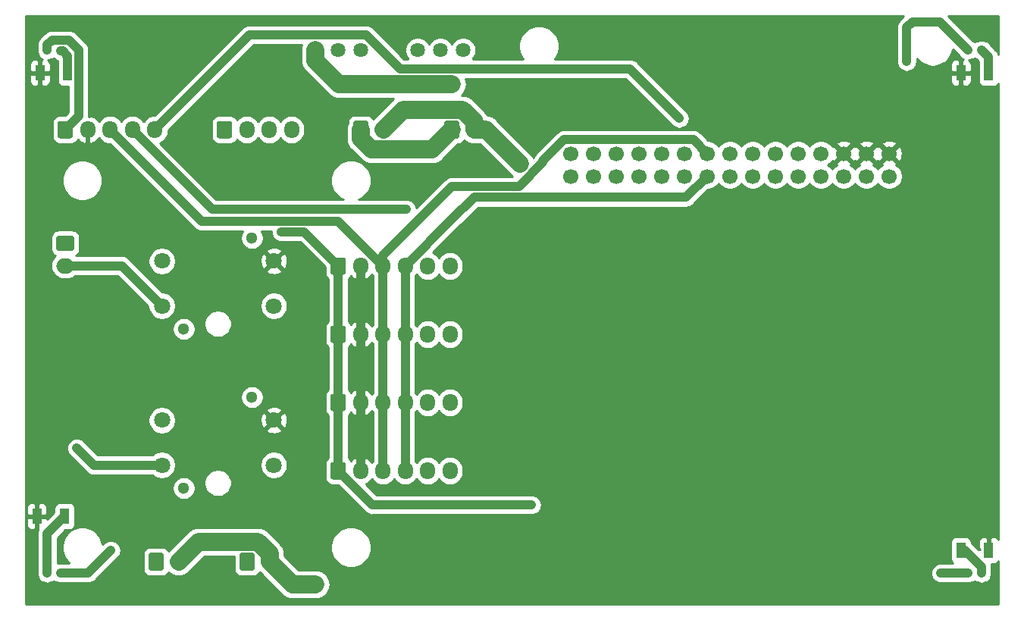
<source format=gbl>
%TF.GenerationSoftware,KiCad,Pcbnew,(5.1.8)-1*%
%TF.CreationDate,2021-03-06T21:29:21+09:00*%
%TF.ProjectId,sub_bord,7375625f-626f-4726-942e-6b696361645f,rev?*%
%TF.SameCoordinates,PX9896800PY660b0c0*%
%TF.FileFunction,Copper,L2,Bot*%
%TF.FilePolarity,Positive*%
%FSLAX46Y46*%
G04 Gerber Fmt 4.6, Leading zero omitted, Abs format (unit mm)*
G04 Created by KiCad (PCBNEW (5.1.8)-1) date 2021-03-06 21:29:21*
%MOMM*%
%LPD*%
G01*
G04 APERTURE LIST*
%TA.AperFunction,ComponentPad*%
%ADD10O,1.700000X1.950000*%
%TD*%
%TA.AperFunction,ComponentPad*%
%ADD11O,1.700000X2.000000*%
%TD*%
%TA.AperFunction,ComponentPad*%
%ADD12O,2.000000X1.700000*%
%TD*%
%TA.AperFunction,SMDPad,CuDef*%
%ADD13R,0.800000X0.800000*%
%TD*%
%TA.AperFunction,SMDPad,CuDef*%
%ADD14R,1.050000X1.800000*%
%TD*%
%TA.AperFunction,ComponentPad*%
%ADD15C,1.800000*%
%TD*%
%TA.AperFunction,ComponentPad*%
%ADD16C,1.300000*%
%TD*%
%TA.AperFunction,ComponentPad*%
%ADD17C,1.635000*%
%TD*%
%TA.AperFunction,ComponentPad*%
%ADD18C,1.700000*%
%TD*%
%TA.AperFunction,ViaPad*%
%ADD19C,0.800000*%
%TD*%
%TA.AperFunction,Conductor*%
%ADD20C,1.000000*%
%TD*%
%TA.AperFunction,Conductor*%
%ADD21C,2.000000*%
%TD*%
%TA.AperFunction,Conductor*%
%ADD22C,0.254000*%
%TD*%
%TA.AperFunction,Conductor*%
%ADD23C,0.100000*%
%TD*%
G04 APERTURE END LIST*
%TO.P,J2,1*%
%TO.N,Net-(J2-Pad1)*%
%TA.AperFunction,ComponentPad*%
G36*
G01*
X22030000Y52935000D02*
X22030000Y54385000D01*
G75*
G02*
X22280000Y54635000I250000J0D01*
G01*
X23480000Y54635000D01*
G75*
G02*
X23730000Y54385000I0J-250000D01*
G01*
X23730000Y52935000D01*
G75*
G02*
X23480000Y52685000I-250000J0D01*
G01*
X22280000Y52685000D01*
G75*
G02*
X22030000Y52935000I0J250000D01*
G01*
G37*
%TD.AperFunction*%
D10*
%TO.P,J2,2*%
%TO.N,Net-(J2-Pad2)*%
X25380000Y53660000D03*
%TO.P,J2,3*%
%TO.N,Net-(J2-Pad3)*%
X27880000Y53660000D03*
%TO.P,J2,4*%
%TO.N,Net-(J2-Pad4)*%
X30380000Y53660000D03*
%TD*%
%TO.P,J3,6*%
%TO.N,N/C*%
X48080000Y15560000D03*
%TO.P,J3,5*%
%TO.N,Net-(J2-Pad1)*%
X45580000Y15560000D03*
%TO.P,J3,4*%
%TO.N,Net-(J1-Pad4)*%
X43080000Y15560000D03*
%TO.P,J3,3*%
%TO.N,Net-(J1-Pad3)*%
X40580000Y15560000D03*
%TO.P,J3,2*%
%TO.N,Net-(J1-Pad2)*%
X38080000Y15560000D03*
%TO.P,J3,1*%
%TO.N,Net-(J1-Pad1)*%
%TA.AperFunction,ComponentPad*%
G36*
G01*
X34730000Y14835000D02*
X34730000Y16285000D01*
G75*
G02*
X34980000Y16535000I250000J0D01*
G01*
X36180000Y16535000D01*
G75*
G02*
X36430000Y16285000I0J-250000D01*
G01*
X36430000Y14835000D01*
G75*
G02*
X36180000Y14585000I-250000J0D01*
G01*
X34980000Y14585000D01*
G75*
G02*
X34730000Y14835000I0J250000D01*
G01*
G37*
%TD.AperFunction*%
%TD*%
%TO.P,J4,1*%
%TO.N,Net-(J1-Pad1)*%
%TA.AperFunction,ComponentPad*%
G36*
G01*
X34730000Y22455000D02*
X34730000Y23905000D01*
G75*
G02*
X34980000Y24155000I250000J0D01*
G01*
X36180000Y24155000D01*
G75*
G02*
X36430000Y23905000I0J-250000D01*
G01*
X36430000Y22455000D01*
G75*
G02*
X36180000Y22205000I-250000J0D01*
G01*
X34980000Y22205000D01*
G75*
G02*
X34730000Y22455000I0J250000D01*
G01*
G37*
%TD.AperFunction*%
%TO.P,J4,2*%
%TO.N,Net-(J1-Pad2)*%
X38080000Y23180000D03*
%TO.P,J4,3*%
%TO.N,Net-(J1-Pad3)*%
X40580000Y23180000D03*
%TO.P,J4,4*%
%TO.N,Net-(J1-Pad4)*%
X43080000Y23180000D03*
%TO.P,J4,5*%
%TO.N,Net-(J2-Pad2)*%
X45580000Y23180000D03*
%TO.P,J4,6*%
%TO.N,N/C*%
X48080000Y23180000D03*
%TD*%
%TO.P,J5,6*%
%TO.N,N/C*%
X48080000Y30800000D03*
%TO.P,J5,5*%
%TO.N,Net-(J2-Pad3)*%
X45580000Y30800000D03*
%TO.P,J5,4*%
%TO.N,Net-(J1-Pad4)*%
X43080000Y30800000D03*
%TO.P,J5,3*%
%TO.N,Net-(J1-Pad3)*%
X40580000Y30800000D03*
%TO.P,J5,2*%
%TO.N,Net-(J1-Pad2)*%
X38080000Y30800000D03*
%TO.P,J5,1*%
%TO.N,Net-(J1-Pad1)*%
%TA.AperFunction,ComponentPad*%
G36*
G01*
X34730000Y30075000D02*
X34730000Y31525000D01*
G75*
G02*
X34980000Y31775000I250000J0D01*
G01*
X36180000Y31775000D01*
G75*
G02*
X36430000Y31525000I0J-250000D01*
G01*
X36430000Y30075000D01*
G75*
G02*
X36180000Y29825000I-250000J0D01*
G01*
X34980000Y29825000D01*
G75*
G02*
X34730000Y30075000I0J250000D01*
G01*
G37*
%TD.AperFunction*%
%TD*%
%TO.P,J6,1*%
%TO.N,Net-(J1-Pad1)*%
%TA.AperFunction,ComponentPad*%
G36*
G01*
X34730000Y37695000D02*
X34730000Y39145000D01*
G75*
G02*
X34980000Y39395000I250000J0D01*
G01*
X36180000Y39395000D01*
G75*
G02*
X36430000Y39145000I0J-250000D01*
G01*
X36430000Y37695000D01*
G75*
G02*
X36180000Y37445000I-250000J0D01*
G01*
X34980000Y37445000D01*
G75*
G02*
X34730000Y37695000I0J250000D01*
G01*
G37*
%TD.AperFunction*%
%TO.P,J6,2*%
%TO.N,Net-(J1-Pad2)*%
X38080000Y38420000D03*
%TO.P,J6,3*%
%TO.N,Net-(J1-Pad3)*%
X40580000Y38420000D03*
%TO.P,J6,4*%
%TO.N,Net-(J1-Pad4)*%
X43080000Y38420000D03*
%TO.P,J6,5*%
%TO.N,Net-(J2-Pad4)*%
X45580000Y38420000D03*
%TO.P,J6,6*%
%TO.N,N/C*%
X48080000Y38420000D03*
%TD*%
%TO.P,J7,1*%
%TO.N,Net-(J11-Pad1)*%
%TA.AperFunction,ComponentPad*%
G36*
G01*
X37270000Y52910000D02*
X37270000Y54410000D01*
G75*
G02*
X37520000Y54660000I250000J0D01*
G01*
X38720000Y54660000D01*
G75*
G02*
X38970000Y54410000I0J-250000D01*
G01*
X38970000Y52910000D01*
G75*
G02*
X38720000Y52660000I-250000J0D01*
G01*
X37520000Y52660000D01*
G75*
G02*
X37270000Y52910000I0J250000D01*
G01*
G37*
%TD.AperFunction*%
D11*
%TO.P,J7,2*%
%TO.N,Net-(J11-Pad2)*%
X40620000Y53660000D03*
%TD*%
%TO.P,J8,2*%
%TO.N,Net-(J11-Pad2)*%
X17760000Y5400000D03*
%TO.P,J8,1*%
%TO.N,Net-(J8-Pad1)*%
%TA.AperFunction,ComponentPad*%
G36*
G01*
X14410000Y4650000D02*
X14410000Y6150000D01*
G75*
G02*
X14660000Y6400000I250000J0D01*
G01*
X15860000Y6400000D01*
G75*
G02*
X16110000Y6150000I0J-250000D01*
G01*
X16110000Y4650000D01*
G75*
G02*
X15860000Y4400000I-250000J0D01*
G01*
X14660000Y4400000D01*
G75*
G02*
X14410000Y4650000I0J250000D01*
G01*
G37*
%TD.AperFunction*%
%TD*%
%TO.P,J9,1*%
%TO.N,Net-(J9-Pad1)*%
%TA.AperFunction,ComponentPad*%
G36*
G01*
X24570000Y4650000D02*
X24570000Y6150000D01*
G75*
G02*
X24820000Y6400000I250000J0D01*
G01*
X26020000Y6400000D01*
G75*
G02*
X26270000Y6150000I0J-250000D01*
G01*
X26270000Y4650000D01*
G75*
G02*
X26020000Y4400000I-250000J0D01*
G01*
X24820000Y4400000D01*
G75*
G02*
X24570000Y4650000I0J250000D01*
G01*
G37*
%TD.AperFunction*%
%TO.P,J9,2*%
%TO.N,Net-(J11-Pad2)*%
X27920000Y5400000D03*
%TD*%
D12*
%TO.P,J10,2*%
%TO.N,Net-(J10-Pad2)*%
X5100000Y38460000D03*
%TO.P,J10,1*%
%TO.N,Net-(J10-Pad1)*%
%TA.AperFunction,ComponentPad*%
G36*
G01*
X4350000Y41810000D02*
X5850000Y41810000D01*
G75*
G02*
X6100000Y41560000I0J-250000D01*
G01*
X6100000Y40360000D01*
G75*
G02*
X5850000Y40110000I-250000J0D01*
G01*
X4350000Y40110000D01*
G75*
G02*
X4100000Y40360000I0J250000D01*
G01*
X4100000Y41560000D01*
G75*
G02*
X4350000Y41810000I250000J0D01*
G01*
G37*
%TD.AperFunction*%
%TD*%
%TO.P,J11,1*%
%TO.N,Net-(J11-Pad1)*%
%TA.AperFunction,ComponentPad*%
G36*
G01*
X47430000Y52910000D02*
X47430000Y54410000D01*
G75*
G02*
X47680000Y54660000I250000J0D01*
G01*
X48880000Y54660000D01*
G75*
G02*
X49130000Y54410000I0J-250000D01*
G01*
X49130000Y52910000D01*
G75*
G02*
X48880000Y52660000I-250000J0D01*
G01*
X47680000Y52660000D01*
G75*
G02*
X47430000Y52910000I0J250000D01*
G01*
G37*
%TD.AperFunction*%
D11*
%TO.P,J11,2*%
%TO.N,Net-(J11-Pad2)*%
X50780000Y53660000D03*
%TD*%
D13*
%TO.P,LED1,2*%
%TO.N,Net-(LED1-Pad2)*%
X4580000Y62550000D03*
%TO.P,LED1,1*%
%TO.N,Net-(J1-Pad1)*%
X3080000Y62550000D03*
%TD*%
%TO.P,LED2,1*%
%TO.N,Net-(J1-Pad1)*%
X4580000Y4130000D03*
%TO.P,LED2,2*%
%TO.N,Net-(LED2-Pad2)*%
X3080000Y4130000D03*
%TD*%
%TO.P,LED3,1*%
%TO.N,Net-(J1-Pad1)*%
X105950000Y4130000D03*
%TO.P,LED3,2*%
%TO.N,Net-(LED3-Pad2)*%
X107450000Y4130000D03*
%TD*%
%TO.P,LED4,2*%
%TO.N,Net-(LED4-Pad2)*%
X107450000Y62550000D03*
%TO.P,LED4,1*%
%TO.N,Net-(J1-Pad1)*%
X105950000Y62550000D03*
%TD*%
D14*
%TO.P,R3,1*%
%TO.N,Net-(LED1-Pad2)*%
X5380000Y60010000D03*
%TO.P,R3,2*%
%TO.N,Net-(J1-Pad2)*%
X2280000Y60010000D03*
%TD*%
%TO.P,R4,2*%
%TO.N,Net-(J1-Pad2)*%
X1925000Y10480000D03*
%TO.P,R4,1*%
%TO.N,Net-(LED2-Pad2)*%
X5025000Y10480000D03*
%TD*%
%TO.P,R5,2*%
%TO.N,Net-(J1-Pad2)*%
X108250000Y6670000D03*
%TO.P,R5,1*%
%TO.N,Net-(LED3-Pad2)*%
X105150000Y6670000D03*
%TD*%
%TO.P,R6,1*%
%TO.N,Net-(LED4-Pad2)*%
X108250000Y60010000D03*
%TO.P,R6,2*%
%TO.N,Net-(J1-Pad2)*%
X105150000Y60010000D03*
%TD*%
D15*
%TO.P,S1,1*%
%TO.N,Net-(J10-Pad1)*%
X15895000Y16195000D03*
%TO.P,S1,2*%
%TO.N,N/C*%
X28395000Y16195000D03*
%TO.P,S1,3*%
X15895000Y21195000D03*
%TO.P,S1,4*%
%TO.N,Net-(J1-Pad2)*%
X28395000Y21195000D03*
D16*
%TO.P,S1,MH1*%
%TO.N,N/C*%
X18335000Y13615000D03*
%TO.P,S1,MH2*%
X25955000Y23775000D03*
%TD*%
%TO.P,S2,MH2*%
%TO.N,N/C*%
X25955000Y41555000D03*
%TO.P,S2,MH1*%
X18335000Y31395000D03*
D15*
%TO.P,S2,4*%
%TO.N,Net-(J1-Pad2)*%
X28395000Y38975000D03*
%TO.P,S2,3*%
%TO.N,N/C*%
X15895000Y38975000D03*
%TO.P,S2,2*%
X28395000Y33975000D03*
%TO.P,S2,1*%
%TO.N,Net-(J10-Pad2)*%
X15895000Y33975000D03*
%TD*%
D17*
%TO.P,S3,3*%
%TO.N,N/C*%
X38120000Y62550000D03*
%TO.P,S3,2*%
%TO.N,Net-(J11-Pad1)*%
X35580000Y62550000D03*
%TO.P,S3,1*%
%TO.N,Net-(J8-Pad1)*%
X33040000Y62550000D03*
%TD*%
%TO.P,S4,1*%
%TO.N,Net-(J9-Pad1)*%
X44470000Y62550000D03*
%TO.P,S4,2*%
%TO.N,Net-(J11-Pad1)*%
X47010000Y62550000D03*
%TO.P,S4,3*%
%TO.N,N/C*%
X49550000Y62550000D03*
%TD*%
D18*
%TO.P,U1,1*%
%TO.N,Net-(J1-Pad2)*%
X97125000Y50990000D03*
%TO.P,U1,2*%
X94585000Y50990000D03*
%TO.P,U1,3*%
X92045000Y50990000D03*
%TO.P,U1,4*%
%TO.N,N/C*%
X89505000Y50990000D03*
%TO.P,U1,5*%
X86965000Y50990000D03*
%TO.P,U1,6*%
X84425000Y50990000D03*
%TO.P,U1,7*%
X81885000Y50990000D03*
%TO.P,U1,8*%
X79345000Y50990000D03*
%TO.P,U1,9*%
%TO.N,Net-(J1-Pad3)*%
X76805000Y50990000D03*
%TO.P,U1,10*%
%TO.N,Net-(J1-Pad5)*%
X74265000Y50990000D03*
%TO.P,U1,11*%
%TO.N,N/C*%
X71725000Y50990000D03*
%TO.P,U1,12*%
X69185000Y50990000D03*
%TO.P,U1,13*%
X66645000Y50990000D03*
%TO.P,U1,14*%
X64105000Y50990000D03*
%TO.P,U1,15*%
X61565000Y50990000D03*
%TO.P,U1,16*%
X97125000Y48450000D03*
%TO.P,U1,17*%
X94585000Y48450000D03*
%TO.P,U1,18*%
X92045000Y48450000D03*
%TO.P,U1,19*%
X89505000Y48450000D03*
%TO.P,U1,20*%
X86965000Y48450000D03*
%TO.P,U1,21*%
X84425000Y48450000D03*
%TO.P,U1,22*%
X81885000Y48450000D03*
%TO.P,U1,23*%
X79345000Y48450000D03*
%TO.P,U1,24*%
%TO.N,Net-(J1-Pad4)*%
X76805000Y48450000D03*
%TO.P,U1,25*%
%TO.N,N/C*%
X74265000Y48450000D03*
%TO.P,U1,26*%
X71725000Y48450000D03*
%TO.P,U1,27*%
X69185000Y48450000D03*
%TO.P,U1,28*%
X66645000Y48450000D03*
%TO.P,U1,29*%
%TO.N,Net-(J1-Pad1)*%
X64105000Y48450000D03*
%TO.P,U1,30*%
%TO.N,N/C*%
X61565000Y48450000D03*
%TD*%
%TO.P,J1,1*%
%TO.N,Net-(J1-Pad1)*%
%TA.AperFunction,ComponentPad*%
G36*
G01*
X4250000Y52935000D02*
X4250000Y54385000D01*
G75*
G02*
X4500000Y54635000I250000J0D01*
G01*
X5700000Y54635000D01*
G75*
G02*
X5950000Y54385000I0J-250000D01*
G01*
X5950000Y52935000D01*
G75*
G02*
X5700000Y52685000I-250000J0D01*
G01*
X4500000Y52685000D01*
G75*
G02*
X4250000Y52935000I0J250000D01*
G01*
G37*
%TD.AperFunction*%
D10*
%TO.P,J1,2*%
%TO.N,Net-(J1-Pad2)*%
X7600000Y53660000D03*
%TO.P,J1,3*%
%TO.N,Net-(J1-Pad3)*%
X10100000Y53660000D03*
%TO.P,J1,4*%
%TO.N,Net-(J1-Pad4)*%
X12600000Y53660000D03*
%TO.P,J1,5*%
%TO.N,Net-(J1-Pad5)*%
X15100000Y53660000D03*
%TD*%
D19*
%TO.N,Net-(J1-Pad1)*%
X29230000Y42230000D03*
X10180000Y6670000D03*
X57170000Y11750000D03*
X99080000Y61280000D03*
X102890000Y4130000D03*
%TO.N,Net-(J1-Pad2)*%
X107000000Y65000000D03*
X38080000Y21080000D03*
X48000000Y19000000D03*
X48000000Y27000000D03*
X48000000Y35000000D03*
X48000000Y41000000D03*
X75000000Y36000000D03*
X43000000Y7000000D03*
X33000000Y10000000D03*
X6000000Y29000000D03*
X34000000Y26000000D03*
X34000000Y34000000D03*
X18000000Y61000000D03*
X28000000Y61000000D03*
X9000000Y61000000D03*
%TO.N,Net-(J1-Pad4)*%
X43200000Y44770000D03*
X48220000Y43560000D03*
%TO.N,Net-(J1-Pad5)*%
X73680000Y54930000D03*
%TO.N,Net-(J11-Pad2)*%
X55900000Y49850000D03*
X33040000Y2860000D03*
%TO.N,Net-(J8-Pad1)*%
X48280000Y58740000D03*
%TO.N,Net-(J10-Pad1)*%
X6370000Y18100000D03*
%TD*%
D20*
%TO.N,Net-(J1-Pad1)*%
X35580000Y30800000D02*
X35580000Y23180000D01*
X35580000Y23180000D02*
X35580000Y15560000D01*
X35580000Y30800000D02*
X35580000Y38420000D01*
X31770000Y42230000D02*
X35580000Y38420000D01*
X29230000Y42230000D02*
X31770000Y42230000D01*
X3080000Y63110002D02*
X3080000Y62550000D01*
X3619999Y63650001D02*
X3080000Y63110002D01*
X6605001Y62585001D02*
X5540001Y63650001D01*
X6605001Y55165001D02*
X6605001Y62585001D01*
X5540001Y63650001D02*
X3619999Y63650001D01*
X5100000Y53660000D02*
X6605001Y55165001D01*
X7640000Y4130000D02*
X10180000Y6670000D01*
X4580000Y4130000D02*
X7640000Y4130000D01*
X39390000Y11750000D02*
X35580000Y15560000D01*
X57170000Y11750000D02*
X39390000Y11750000D01*
X99080000Y61280000D02*
X99080000Y63820000D01*
X99080000Y63820000D02*
X99080000Y65090000D01*
X99080000Y65090000D02*
X99715000Y65725000D01*
X102775000Y65725000D02*
X99715000Y65725000D01*
X105950000Y62550000D02*
X102775000Y65725000D01*
X102890000Y4130000D02*
X105950000Y4130000D01*
%TO.N,Net-(J1-Pad2)*%
X38080000Y15560000D02*
X38080000Y21080000D01*
X38080000Y23180000D02*
X38080000Y30800000D01*
X38080000Y30800000D02*
X38080000Y38420000D01*
X38080000Y21080000D02*
X38080000Y23180000D01*
%TO.N,Net-(J1-Pad3)*%
X40580000Y30800000D02*
X40580000Y23180000D01*
X40580000Y23180000D02*
X40580000Y15560000D01*
X40580000Y30800000D02*
X40580000Y38420000D01*
X40580000Y38420000D02*
X40580000Y39610000D01*
X40580000Y39610000D02*
X48280000Y47310000D01*
X55764176Y47310000D02*
X58440000Y49985824D01*
X48280000Y47310000D02*
X55764176Y47310000D01*
X75254999Y52540001D02*
X76805000Y50990000D01*
X60820999Y52540001D02*
X75254999Y52540001D01*
X58440000Y50159002D02*
X60820999Y52540001D01*
X58440000Y49985824D02*
X58440000Y50159002D01*
X20329990Y43430010D02*
X10100000Y53660000D01*
X35569990Y43430010D02*
X20329990Y43430010D01*
X40580000Y38420000D02*
X35569990Y43430010D01*
%TO.N,Net-(J1-Pad4)*%
X43080000Y15560000D02*
X43080000Y23180000D01*
X43080000Y23180000D02*
X43080000Y30800000D01*
X43080000Y30800000D02*
X43080000Y38420000D01*
X74464991Y46109991D02*
X76805000Y48450000D01*
X50769991Y46109991D02*
X74464991Y46109991D01*
X12600000Y53660000D02*
X21490000Y44770000D01*
X21490000Y44770000D02*
X41930000Y44770000D01*
X41930000Y44770000D02*
X43200000Y44770000D01*
X48220000Y43560000D02*
X50769991Y46109991D01*
X43080000Y38420000D02*
X48220000Y43560000D01*
%TO.N,Net-(J1-Pad5)*%
X42475892Y60440010D02*
X68169990Y60440010D01*
X38665892Y64250010D02*
X42475892Y60440010D01*
X68169990Y60440010D02*
X73680000Y54930000D01*
X25690010Y64250010D02*
X38665892Y64250010D01*
X15100000Y53660000D02*
X25690010Y64250010D01*
D21*
%TO.N,Net-(J11-Pad1)*%
X46079990Y51459990D02*
X48280000Y53660000D01*
X39320010Y51459990D02*
X46079990Y51459990D01*
X38120000Y52660000D02*
X39320010Y51459990D01*
X38120000Y53660000D02*
X38120000Y52660000D01*
%TO.N,Net-(J11-Pad2)*%
X50780000Y54560626D02*
X50780000Y53660000D01*
X49480616Y55860010D02*
X50780000Y54560626D01*
X42820010Y55860010D02*
X49480616Y55860010D01*
X40620000Y53660000D02*
X42820010Y55860010D01*
X52090000Y53660000D02*
X55900000Y49850000D01*
X50780000Y53660000D02*
X52090000Y53660000D01*
X30460000Y2860000D02*
X27920000Y5400000D01*
X33040000Y2860000D02*
X30460000Y2860000D01*
X26620616Y7600010D02*
X27920000Y6300626D01*
X19960010Y7600010D02*
X26620616Y7600010D01*
X27920000Y6300626D02*
X27920000Y5400000D01*
X17760000Y5400000D02*
X19960010Y7600010D01*
%TO.N,Net-(J8-Pad1)*%
X33040000Y61393881D02*
X33040000Y62550000D01*
X35693881Y58740000D02*
X33040000Y61393881D01*
X48280000Y58740000D02*
X35693881Y58740000D01*
D20*
%TO.N,Net-(J10-Pad2)*%
X11410000Y38460000D02*
X15895000Y33975000D01*
X5100000Y38460000D02*
X11410000Y38460000D01*
%TO.N,Net-(J10-Pad1)*%
X8275000Y16195000D02*
X15895000Y16195000D01*
X6370000Y18100000D02*
X8275000Y16195000D01*
%TO.N,Net-(LED1-Pad2)*%
X4840009Y62449991D02*
X4580000Y62449991D01*
X5380000Y61910000D02*
X4840009Y62449991D01*
X5380000Y60010000D02*
X5380000Y61910000D01*
%TO.N,Net-(LED2-Pad2)*%
X3080000Y8535000D02*
X3080000Y4130000D01*
X5025000Y10480000D02*
X3080000Y8535000D01*
%TO.N,Net-(LED3-Pad2)*%
X105564998Y6670000D02*
X105150000Y6670000D01*
X107450000Y4784998D02*
X105564998Y6670000D01*
X107450000Y4130000D02*
X107450000Y4784998D01*
%TO.N,Net-(LED4-Pad2)*%
X108250000Y61750000D02*
X107450000Y62550000D01*
X108250000Y60010000D02*
X108250000Y61750000D01*
%TD*%
D22*
%TO.N,Net-(J1-Pad2)*%
X98316860Y65931991D02*
X98273552Y65896449D01*
X98131717Y65723623D01*
X98026324Y65526447D01*
X97961423Y65312499D01*
X97961423Y65312498D01*
X97939509Y65090000D01*
X97945000Y65034249D01*
X97945000Y63764249D01*
X97945001Y63764239D01*
X97945000Y61224249D01*
X97961423Y61057502D01*
X98026324Y60843554D01*
X98131716Y60646377D01*
X98273551Y60473551D01*
X98446377Y60331716D01*
X98643553Y60226324D01*
X98857501Y60161423D01*
X99080000Y60139509D01*
X99302498Y60161423D01*
X99516446Y60226324D01*
X99713623Y60331716D01*
X99886449Y60473551D01*
X100028284Y60646377D01*
X100133676Y60843553D01*
X100198577Y61057501D01*
X100215000Y61224248D01*
X100215000Y61587311D01*
X100237536Y61553583D01*
X100553583Y61237536D01*
X100925215Y60989220D01*
X101338151Y60818176D01*
X101776521Y60730979D01*
X102223479Y60730979D01*
X102661849Y60818176D01*
X102883531Y60910000D01*
X103986928Y60910000D01*
X103990000Y60295750D01*
X104148750Y60137000D01*
X105023000Y60137000D01*
X105023000Y61386250D01*
X104864250Y61545000D01*
X104625000Y61548072D01*
X104500518Y61535812D01*
X104380820Y61499502D01*
X104270506Y61440537D01*
X104173815Y61361185D01*
X104094463Y61264494D01*
X104035498Y61154180D01*
X103999188Y61034482D01*
X103986928Y60910000D01*
X102883531Y60910000D01*
X103074785Y60989220D01*
X103446417Y61237536D01*
X103762464Y61553583D01*
X104010780Y61925215D01*
X104181824Y62338151D01*
X104244023Y62650846D01*
X104948066Y61946802D01*
X104960498Y61905820D01*
X105019463Y61795506D01*
X105098815Y61698815D01*
X105195506Y61619463D01*
X105305820Y61560498D01*
X105417400Y61526650D01*
X105277000Y61386250D01*
X105277000Y60137000D01*
X106151250Y60137000D01*
X106310000Y60295750D01*
X106313072Y60910000D01*
X106300812Y61034482D01*
X106264502Y61154180D01*
X106205537Y61264494D01*
X106126185Y61361185D01*
X106054733Y61419824D01*
X106172498Y61431423D01*
X106386446Y61496324D01*
X106430465Y61519853D01*
X106474482Y61524188D01*
X106594180Y61560498D01*
X106700000Y61617061D01*
X106805820Y61560498D01*
X106846803Y61548066D01*
X107115000Y61279868D01*
X107115000Y61086607D01*
X107099188Y61034482D01*
X107086928Y60910000D01*
X107086928Y59110000D01*
X107099188Y58985518D01*
X107135498Y58865820D01*
X107194463Y58755506D01*
X107273815Y58658815D01*
X107370506Y58579463D01*
X107480820Y58520498D01*
X107600518Y58484188D01*
X107725000Y58471928D01*
X108775000Y58471928D01*
X108899482Y58484188D01*
X109019180Y58520498D01*
X109129494Y58579463D01*
X109226185Y58658815D01*
X109305537Y58755506D01*
X109340000Y58819981D01*
X109340001Y7860018D01*
X109305537Y7924494D01*
X109226185Y8021185D01*
X109129494Y8100537D01*
X109019180Y8159502D01*
X108899482Y8195812D01*
X108775000Y8208072D01*
X108535750Y8205000D01*
X108377000Y8046250D01*
X108377000Y6797000D01*
X108397000Y6797000D01*
X108397000Y6543000D01*
X108377000Y6543000D01*
X108377000Y6523000D01*
X108123000Y6523000D01*
X108123000Y6543000D01*
X108103000Y6543000D01*
X108103000Y6797000D01*
X108123000Y6797000D01*
X108123000Y8046250D01*
X107964250Y8205000D01*
X107725000Y8208072D01*
X107600518Y8195812D01*
X107480820Y8159502D01*
X107370506Y8100537D01*
X107273815Y8021185D01*
X107194463Y7924494D01*
X107135498Y7814180D01*
X107099188Y7694482D01*
X107086928Y7570000D01*
X107090000Y6955750D01*
X107248748Y6797002D01*
X107090000Y6797002D01*
X107090000Y6750129D01*
X106406994Y7433135D01*
X106371447Y7476449D01*
X106313072Y7524356D01*
X106313072Y7570000D01*
X106300812Y7694482D01*
X106264502Y7814180D01*
X106205537Y7924494D01*
X106126185Y8021185D01*
X106029494Y8100537D01*
X105919180Y8159502D01*
X105799482Y8195812D01*
X105675000Y8208072D01*
X104625000Y8208072D01*
X104500518Y8195812D01*
X104380820Y8159502D01*
X104270506Y8100537D01*
X104173815Y8021185D01*
X104094463Y7924494D01*
X104035498Y7814180D01*
X103999188Y7694482D01*
X103986928Y7570000D01*
X103986928Y5770000D01*
X103999188Y5645518D01*
X104035498Y5525820D01*
X104094463Y5415506D01*
X104173815Y5318815D01*
X104239389Y5265000D01*
X102834248Y5265000D01*
X102667501Y5248577D01*
X102453553Y5183676D01*
X102256377Y5078284D01*
X102083551Y4936449D01*
X101941716Y4763623D01*
X101836324Y4566447D01*
X101771423Y4352499D01*
X101749509Y4130000D01*
X101771423Y3907501D01*
X101836324Y3693553D01*
X101941716Y3496377D01*
X102083551Y3323551D01*
X102256377Y3181716D01*
X102453553Y3076324D01*
X102667501Y3011423D01*
X102834248Y2995000D01*
X106005752Y2995000D01*
X106172499Y3011423D01*
X106386447Y3076324D01*
X106430467Y3099853D01*
X106474482Y3104188D01*
X106594180Y3140498D01*
X106700000Y3197061D01*
X106805820Y3140498D01*
X106925518Y3104188D01*
X106969533Y3099853D01*
X107013553Y3076324D01*
X107227501Y3011423D01*
X107450000Y2989509D01*
X107672498Y3011423D01*
X107886446Y3076324D01*
X107930466Y3099853D01*
X107974482Y3104188D01*
X108094180Y3140498D01*
X108204494Y3199463D01*
X108301185Y3278815D01*
X108380537Y3375506D01*
X108439502Y3485820D01*
X108475812Y3605518D01*
X108480147Y3649533D01*
X108503676Y3693553D01*
X108568577Y3907501D01*
X108585000Y4074248D01*
X108585000Y4729257D01*
X108590490Y4784999D01*
X108585000Y4840741D01*
X108585000Y4840749D01*
X108568577Y5007496D01*
X108527351Y5143399D01*
X108535750Y5135000D01*
X108775000Y5131928D01*
X108899482Y5144188D01*
X109019180Y5180498D01*
X109129494Y5239463D01*
X109226185Y5318815D01*
X109305537Y5415506D01*
X109340001Y5479982D01*
X109340001Y660000D01*
X660000Y660000D01*
X660000Y8535000D01*
X1939509Y8535000D01*
X1945000Y8479248D01*
X1945001Y4074248D01*
X1961424Y3907501D01*
X2026325Y3693553D01*
X2049853Y3649535D01*
X2054188Y3605518D01*
X2090498Y3485820D01*
X2149463Y3375506D01*
X2228815Y3278815D01*
X2325506Y3199463D01*
X2435820Y3140498D01*
X2555518Y3104188D01*
X2599534Y3099853D01*
X2643554Y3076324D01*
X2857502Y3011423D01*
X3080000Y2989509D01*
X3302499Y3011423D01*
X3516447Y3076324D01*
X3560467Y3099853D01*
X3604482Y3104188D01*
X3724180Y3140498D01*
X3830000Y3197061D01*
X3935820Y3140498D01*
X4055518Y3104188D01*
X4099533Y3099853D01*
X4143553Y3076324D01*
X4357501Y3011423D01*
X4524248Y2995000D01*
X7584249Y2995000D01*
X7640000Y2989509D01*
X7695751Y2995000D01*
X7695752Y2995000D01*
X7862499Y3011423D01*
X8076447Y3076324D01*
X8273623Y3181716D01*
X8446449Y3323551D01*
X8481996Y3366865D01*
X11021988Y5906856D01*
X11128283Y6036376D01*
X11189015Y6150000D01*
X13771928Y6150000D01*
X13771928Y4650000D01*
X13788992Y4476746D01*
X13839528Y4310150D01*
X13921595Y4156614D01*
X14032038Y4022038D01*
X14166614Y3911595D01*
X14320150Y3829528D01*
X14486746Y3778992D01*
X14660000Y3761928D01*
X15860000Y3761928D01*
X16033254Y3778992D01*
X16199850Y3829528D01*
X16353386Y3911595D01*
X16487962Y4022038D01*
X16598405Y4156614D01*
X16628713Y4213317D01*
X16847248Y4033970D01*
X17131286Y3882148D01*
X17439484Y3788658D01*
X17760000Y3757089D01*
X18080516Y3788658D01*
X18388714Y3882148D01*
X18672752Y4033970D01*
X18859323Y4187085D01*
X20637249Y5965010D01*
X23931928Y5965010D01*
X23931928Y4650000D01*
X23948992Y4476746D01*
X23999528Y4310150D01*
X24081595Y4156614D01*
X24192038Y4022038D01*
X24326614Y3911595D01*
X24480150Y3829528D01*
X24646746Y3778992D01*
X24820000Y3761928D01*
X26020000Y3761928D01*
X26193254Y3778992D01*
X26359850Y3829528D01*
X26513386Y3911595D01*
X26647962Y4022038D01*
X26758405Y4156614D01*
X26788713Y4213316D01*
X26820682Y4187080D01*
X29247080Y1760681D01*
X29298286Y1698286D01*
X29547248Y1493969D01*
X29831285Y1342148D01*
X30139484Y1248657D01*
X30379678Y1225000D01*
X30379680Y1225000D01*
X30459999Y1217089D01*
X30540319Y1225000D01*
X33120322Y1225000D01*
X33360516Y1248657D01*
X33668715Y1342148D01*
X33952752Y1493969D01*
X34201714Y1698286D01*
X34406031Y1947248D01*
X34557852Y2231285D01*
X34651343Y2539484D01*
X34682911Y2860000D01*
X34651343Y3180516D01*
X34557852Y3488715D01*
X34406031Y3772752D01*
X34201714Y4021714D01*
X33952752Y4226031D01*
X33668715Y4377852D01*
X33360516Y4471343D01*
X33120322Y4495000D01*
X31137239Y4495000D01*
X29555000Y6077238D01*
X29555000Y6220307D01*
X29562911Y6300627D01*
X29552762Y6403670D01*
X29531343Y6621142D01*
X29437852Y6929341D01*
X29286031Y7213378D01*
X29277742Y7223479D01*
X34730979Y7223479D01*
X34730979Y6776521D01*
X34818176Y6338151D01*
X34989220Y5925215D01*
X35237536Y5553583D01*
X35553583Y5237536D01*
X35925215Y4989220D01*
X36338151Y4818176D01*
X36776521Y4730979D01*
X37223479Y4730979D01*
X37661849Y4818176D01*
X38074785Y4989220D01*
X38446417Y5237536D01*
X38762464Y5553583D01*
X39010780Y5925215D01*
X39181824Y6338151D01*
X39269021Y6776521D01*
X39269021Y7223479D01*
X39181824Y7661849D01*
X39010780Y8074785D01*
X38762464Y8446417D01*
X38446417Y8762464D01*
X38074785Y9010780D01*
X37661849Y9181824D01*
X37223479Y9269021D01*
X36776521Y9269021D01*
X36338151Y9181824D01*
X35925215Y9010780D01*
X35553583Y8762464D01*
X35237536Y8446417D01*
X34989220Y8074785D01*
X34818176Y7661849D01*
X34730979Y7223479D01*
X29277742Y7223479D01*
X29081714Y7462340D01*
X29019319Y7513545D01*
X27833540Y8699324D01*
X27782330Y8761724D01*
X27533368Y8966041D01*
X27249331Y9117862D01*
X26941132Y9211353D01*
X26700938Y9235010D01*
X26700935Y9235010D01*
X26620616Y9242921D01*
X26540297Y9235010D01*
X20040329Y9235010D01*
X19960010Y9242921D01*
X19879690Y9235010D01*
X19879688Y9235010D01*
X19639494Y9211353D01*
X19331295Y9117862D01*
X19047258Y8966041D01*
X18798296Y8761724D01*
X18747090Y8699328D01*
X16630710Y6582948D01*
X16598405Y6643386D01*
X16487962Y6777962D01*
X16353386Y6888405D01*
X16199850Y6970472D01*
X16033254Y7021008D01*
X15860000Y7038072D01*
X14660000Y7038072D01*
X14486746Y7021008D01*
X14320150Y6970472D01*
X14166614Y6888405D01*
X14032038Y6777962D01*
X13921595Y6643386D01*
X13839528Y6489850D01*
X13788992Y6323254D01*
X13771928Y6150000D01*
X11189015Y6150000D01*
X11233675Y6233552D01*
X11298576Y6447500D01*
X11320490Y6669999D01*
X11298576Y6892498D01*
X11233675Y7106446D01*
X11128283Y7303622D01*
X10986448Y7476448D01*
X10813622Y7618283D01*
X10616446Y7723675D01*
X10402498Y7788576D01*
X10179999Y7810490D01*
X9957500Y7788576D01*
X9743552Y7723675D01*
X9546376Y7618283D01*
X9416856Y7511988D01*
X9245682Y7340814D01*
X9181824Y7661849D01*
X9010780Y8074785D01*
X8762464Y8446417D01*
X8446417Y8762464D01*
X8074785Y9010780D01*
X7661849Y9181824D01*
X7223479Y9269021D01*
X6776521Y9269021D01*
X6338151Y9181824D01*
X5925215Y9010780D01*
X5553583Y8762464D01*
X5237536Y8446417D01*
X4989220Y8074785D01*
X4818176Y7661849D01*
X4730979Y7223479D01*
X4730979Y6776521D01*
X4818176Y6338151D01*
X4989220Y5925215D01*
X5237536Y5553583D01*
X5526119Y5265000D01*
X4524248Y5265000D01*
X4357501Y5248577D01*
X4215000Y5205349D01*
X4215000Y8064869D01*
X5092060Y8941928D01*
X5550000Y8941928D01*
X5674482Y8954188D01*
X5794180Y8990498D01*
X5904494Y9049463D01*
X6001185Y9128815D01*
X6080537Y9225506D01*
X6139502Y9335820D01*
X6175812Y9455518D01*
X6188072Y9580000D01*
X6188072Y11380000D01*
X6175812Y11504482D01*
X6139502Y11624180D01*
X6080537Y11734494D01*
X6001185Y11831185D01*
X5904494Y11910537D01*
X5794180Y11969502D01*
X5674482Y12005812D01*
X5550000Y12018072D01*
X4500000Y12018072D01*
X4375518Y12005812D01*
X4255820Y11969502D01*
X4145506Y11910537D01*
X4048815Y11831185D01*
X3969463Y11734494D01*
X3910498Y11624180D01*
X3874188Y11504482D01*
X3861928Y11380000D01*
X3861928Y10922060D01*
X3085244Y10145376D01*
X3085000Y10194250D01*
X2926250Y10353000D01*
X2052000Y10353000D01*
X2052000Y9103750D01*
X2081352Y9074398D01*
X2026325Y8971447D01*
X2026324Y8971446D01*
X1961423Y8757498D01*
X1939509Y8535000D01*
X660000Y8535000D01*
X660000Y9580000D01*
X761928Y9580000D01*
X774188Y9455518D01*
X810498Y9335820D01*
X869463Y9225506D01*
X948815Y9128815D01*
X1045506Y9049463D01*
X1155820Y8990498D01*
X1275518Y8954188D01*
X1400000Y8941928D01*
X1639250Y8945000D01*
X1798000Y9103750D01*
X1798000Y10353000D01*
X923750Y10353000D01*
X765000Y10194250D01*
X761928Y9580000D01*
X660000Y9580000D01*
X660000Y11380000D01*
X761928Y11380000D01*
X765000Y10765750D01*
X923750Y10607000D01*
X1798000Y10607000D01*
X1798000Y11856250D01*
X2052000Y11856250D01*
X2052000Y10607000D01*
X2926250Y10607000D01*
X3085000Y10765750D01*
X3088072Y11380000D01*
X3075812Y11504482D01*
X3039502Y11624180D01*
X2980537Y11734494D01*
X2901185Y11831185D01*
X2804494Y11910537D01*
X2694180Y11969502D01*
X2574482Y12005812D01*
X2450000Y12018072D01*
X2210750Y12015000D01*
X2052000Y11856250D01*
X1798000Y11856250D01*
X1639250Y12015000D01*
X1400000Y12018072D01*
X1275518Y12005812D01*
X1155820Y11969502D01*
X1045506Y11910537D01*
X948815Y11831185D01*
X869463Y11734494D01*
X810498Y11624180D01*
X774188Y11504482D01*
X761928Y11380000D01*
X660000Y11380000D01*
X660000Y13741561D01*
X17050000Y13741561D01*
X17050000Y13488439D01*
X17099381Y13240179D01*
X17196247Y13006324D01*
X17336875Y12795860D01*
X17515860Y12616875D01*
X17726324Y12476247D01*
X17960179Y12379381D01*
X18208439Y12330000D01*
X18461561Y12330000D01*
X18709821Y12379381D01*
X18943676Y12476247D01*
X19154140Y12616875D01*
X19333125Y12795860D01*
X19473753Y13006324D01*
X19570619Y13240179D01*
X19620000Y13488439D01*
X19620000Y13741561D01*
X19570619Y13989821D01*
X19473753Y14223676D01*
X19391896Y14346184D01*
X20610000Y14346184D01*
X20610000Y14043816D01*
X20668989Y13747257D01*
X20784701Y13467905D01*
X20952688Y13216495D01*
X21166495Y13002688D01*
X21417905Y12834701D01*
X21697257Y12718989D01*
X21993816Y12660000D01*
X22296184Y12660000D01*
X22592743Y12718989D01*
X22872095Y12834701D01*
X23123505Y13002688D01*
X23337312Y13216495D01*
X23505299Y13467905D01*
X23621011Y13747257D01*
X23680000Y14043816D01*
X23680000Y14346184D01*
X23621011Y14642743D01*
X23505299Y14922095D01*
X23337312Y15173505D01*
X23123505Y15387312D01*
X22872095Y15555299D01*
X22592743Y15671011D01*
X22296184Y15730000D01*
X21993816Y15730000D01*
X21697257Y15671011D01*
X21417905Y15555299D01*
X21166495Y15387312D01*
X20952688Y15173505D01*
X20784701Y14922095D01*
X20668989Y14642743D01*
X20610000Y14346184D01*
X19391896Y14346184D01*
X19333125Y14434140D01*
X19154140Y14613125D01*
X18943676Y14753753D01*
X18709821Y14850619D01*
X18461561Y14900000D01*
X18208439Y14900000D01*
X17960179Y14850619D01*
X17726324Y14753753D01*
X17515860Y14613125D01*
X17336875Y14434140D01*
X17196247Y14223676D01*
X17099381Y13989821D01*
X17050000Y13741561D01*
X660000Y13741561D01*
X660000Y18100000D01*
X5229509Y18100000D01*
X5251423Y17877502D01*
X5316324Y17663554D01*
X5421717Y17466378D01*
X5528012Y17336857D01*
X7433009Y15431859D01*
X7468551Y15388551D01*
X7641377Y15246716D01*
X7838553Y15141324D01*
X8052501Y15076423D01*
X8275000Y15054509D01*
X8330752Y15060000D01*
X14859183Y15060000D01*
X14916495Y15002688D01*
X15167905Y14834701D01*
X15447257Y14718989D01*
X15743816Y14660000D01*
X16046184Y14660000D01*
X16342743Y14718989D01*
X16622095Y14834701D01*
X16873505Y15002688D01*
X17087312Y15216495D01*
X17255299Y15467905D01*
X17371011Y15747257D01*
X17430000Y16043816D01*
X17430000Y16346184D01*
X26860000Y16346184D01*
X26860000Y16043816D01*
X26918989Y15747257D01*
X27034701Y15467905D01*
X27202688Y15216495D01*
X27416495Y15002688D01*
X27667905Y14834701D01*
X27947257Y14718989D01*
X28243816Y14660000D01*
X28546184Y14660000D01*
X28842743Y14718989D01*
X29122095Y14834701D01*
X29373505Y15002688D01*
X29587312Y15216495D01*
X29755299Y15467905D01*
X29871011Y15747257D01*
X29930000Y16043816D01*
X29930000Y16346184D01*
X29871011Y16642743D01*
X29755299Y16922095D01*
X29587312Y17173505D01*
X29373505Y17387312D01*
X29122095Y17555299D01*
X28842743Y17671011D01*
X28546184Y17730000D01*
X28243816Y17730000D01*
X27947257Y17671011D01*
X27667905Y17555299D01*
X27416495Y17387312D01*
X27202688Y17173505D01*
X27034701Y16922095D01*
X26918989Y16642743D01*
X26860000Y16346184D01*
X17430000Y16346184D01*
X17371011Y16642743D01*
X17255299Y16922095D01*
X17087312Y17173505D01*
X16873505Y17387312D01*
X16622095Y17555299D01*
X16342743Y17671011D01*
X16046184Y17730000D01*
X15743816Y17730000D01*
X15447257Y17671011D01*
X15167905Y17555299D01*
X14916495Y17387312D01*
X14859183Y17330000D01*
X8745132Y17330000D01*
X7133143Y18941988D01*
X7003622Y19048283D01*
X6806446Y19153676D01*
X6592498Y19218577D01*
X6370000Y19240491D01*
X6147502Y19218577D01*
X5933554Y19153676D01*
X5736378Y19048283D01*
X5563552Y18906448D01*
X5421717Y18733622D01*
X5316324Y18536446D01*
X5251423Y18322498D01*
X5229509Y18100000D01*
X660000Y18100000D01*
X660000Y21346184D01*
X14360000Y21346184D01*
X14360000Y21043816D01*
X14418989Y20747257D01*
X14534701Y20467905D01*
X14702688Y20216495D01*
X14916495Y20002688D01*
X15167905Y19834701D01*
X15447257Y19718989D01*
X15743816Y19660000D01*
X16046184Y19660000D01*
X16342743Y19718989D01*
X16622095Y19834701D01*
X16873505Y20002688D01*
X17001737Y20130920D01*
X27510525Y20130920D01*
X27594208Y19876739D01*
X27866775Y19745842D01*
X28159642Y19670635D01*
X28461553Y19654009D01*
X28760907Y19696603D01*
X29046199Y19796778D01*
X29195792Y19876739D01*
X29279475Y20130920D01*
X28395000Y21015395D01*
X27510525Y20130920D01*
X17001737Y20130920D01*
X17087312Y20216495D01*
X17255299Y20467905D01*
X17371011Y20747257D01*
X17430000Y21043816D01*
X17430000Y21128447D01*
X26854009Y21128447D01*
X26896603Y20829093D01*
X26996778Y20543801D01*
X27076739Y20394208D01*
X27330920Y20310525D01*
X28215395Y21195000D01*
X28574605Y21195000D01*
X29459080Y20310525D01*
X29713261Y20394208D01*
X29844158Y20666775D01*
X29919365Y20959642D01*
X29935991Y21261553D01*
X29893397Y21560907D01*
X29793222Y21846199D01*
X29713261Y21995792D01*
X29459080Y22079475D01*
X28574605Y21195000D01*
X28215395Y21195000D01*
X27330920Y22079475D01*
X27076739Y21995792D01*
X26945842Y21723225D01*
X26870635Y21430358D01*
X26854009Y21128447D01*
X17430000Y21128447D01*
X17430000Y21346184D01*
X17371011Y21642743D01*
X17255299Y21922095D01*
X17087312Y22173505D01*
X17001737Y22259080D01*
X27510525Y22259080D01*
X28395000Y21374605D01*
X29279475Y22259080D01*
X29195792Y22513261D01*
X28923225Y22644158D01*
X28630358Y22719365D01*
X28328447Y22735991D01*
X28029093Y22693397D01*
X27743801Y22593222D01*
X27594208Y22513261D01*
X27510525Y22259080D01*
X17001737Y22259080D01*
X16873505Y22387312D01*
X16622095Y22555299D01*
X16342743Y22671011D01*
X16046184Y22730000D01*
X15743816Y22730000D01*
X15447257Y22671011D01*
X15167905Y22555299D01*
X14916495Y22387312D01*
X14702688Y22173505D01*
X14534701Y21922095D01*
X14418989Y21642743D01*
X14360000Y21346184D01*
X660000Y21346184D01*
X660000Y23901561D01*
X24670000Y23901561D01*
X24670000Y23648439D01*
X24719381Y23400179D01*
X24816247Y23166324D01*
X24956875Y22955860D01*
X25135860Y22776875D01*
X25346324Y22636247D01*
X25580179Y22539381D01*
X25828439Y22490000D01*
X26081561Y22490000D01*
X26329821Y22539381D01*
X26563676Y22636247D01*
X26774140Y22776875D01*
X26953125Y22955860D01*
X27093753Y23166324D01*
X27190619Y23400179D01*
X27240000Y23648439D01*
X27240000Y23901561D01*
X27190619Y24149821D01*
X27093753Y24383676D01*
X26953125Y24594140D01*
X26774140Y24773125D01*
X26563676Y24913753D01*
X26329821Y25010619D01*
X26081561Y25060000D01*
X25828439Y25060000D01*
X25580179Y25010619D01*
X25346324Y24913753D01*
X25135860Y24773125D01*
X24956875Y24594140D01*
X24816247Y24383676D01*
X24719381Y24149821D01*
X24670000Y23901561D01*
X660000Y23901561D01*
X660000Y31521561D01*
X17050000Y31521561D01*
X17050000Y31268439D01*
X17099381Y31020179D01*
X17196247Y30786324D01*
X17336875Y30575860D01*
X17515860Y30396875D01*
X17726324Y30256247D01*
X17960179Y30159381D01*
X18208439Y30110000D01*
X18461561Y30110000D01*
X18709821Y30159381D01*
X18943676Y30256247D01*
X19154140Y30396875D01*
X19333125Y30575860D01*
X19473753Y30786324D01*
X19570619Y31020179D01*
X19620000Y31268439D01*
X19620000Y31521561D01*
X19570619Y31769821D01*
X19473753Y32003676D01*
X19391896Y32126184D01*
X20610000Y32126184D01*
X20610000Y31823816D01*
X20668989Y31527257D01*
X20784701Y31247905D01*
X20952688Y30996495D01*
X21166495Y30782688D01*
X21417905Y30614701D01*
X21697257Y30498989D01*
X21993816Y30440000D01*
X22296184Y30440000D01*
X22592743Y30498989D01*
X22872095Y30614701D01*
X23123505Y30782688D01*
X23337312Y30996495D01*
X23505299Y31247905D01*
X23621011Y31527257D01*
X23680000Y31823816D01*
X23680000Y32126184D01*
X23621011Y32422743D01*
X23505299Y32702095D01*
X23337312Y32953505D01*
X23123505Y33167312D01*
X22872095Y33335299D01*
X22592743Y33451011D01*
X22296184Y33510000D01*
X21993816Y33510000D01*
X21697257Y33451011D01*
X21417905Y33335299D01*
X21166495Y33167312D01*
X20952688Y32953505D01*
X20784701Y32702095D01*
X20668989Y32422743D01*
X20610000Y32126184D01*
X19391896Y32126184D01*
X19333125Y32214140D01*
X19154140Y32393125D01*
X18943676Y32533753D01*
X18709821Y32630619D01*
X18461561Y32680000D01*
X18208439Y32680000D01*
X17960179Y32630619D01*
X17726324Y32533753D01*
X17515860Y32393125D01*
X17336875Y32214140D01*
X17196247Y32003676D01*
X17099381Y31769821D01*
X17050000Y31521561D01*
X660000Y31521561D01*
X660000Y38460000D01*
X3457815Y38460000D01*
X3486487Y38168889D01*
X3571401Y37888966D01*
X3709294Y37630986D01*
X3894866Y37404866D01*
X4120986Y37219294D01*
X4378966Y37081401D01*
X4658889Y36996487D01*
X4877050Y36975000D01*
X5322950Y36975000D01*
X5541111Y36996487D01*
X5821034Y37081401D01*
X6079014Y37219294D01*
X6207817Y37325000D01*
X10939869Y37325000D01*
X14360000Y33904868D01*
X14360000Y33823816D01*
X14418989Y33527257D01*
X14534701Y33247905D01*
X14702688Y32996495D01*
X14916495Y32782688D01*
X15167905Y32614701D01*
X15447257Y32498989D01*
X15743816Y32440000D01*
X16046184Y32440000D01*
X16342743Y32498989D01*
X16622095Y32614701D01*
X16873505Y32782688D01*
X17087312Y32996495D01*
X17255299Y33247905D01*
X17371011Y33527257D01*
X17430000Y33823816D01*
X17430000Y34126184D01*
X26860000Y34126184D01*
X26860000Y33823816D01*
X26918989Y33527257D01*
X27034701Y33247905D01*
X27202688Y32996495D01*
X27416495Y32782688D01*
X27667905Y32614701D01*
X27947257Y32498989D01*
X28243816Y32440000D01*
X28546184Y32440000D01*
X28842743Y32498989D01*
X29122095Y32614701D01*
X29373505Y32782688D01*
X29587312Y32996495D01*
X29755299Y33247905D01*
X29871011Y33527257D01*
X29930000Y33823816D01*
X29930000Y34126184D01*
X29871011Y34422743D01*
X29755299Y34702095D01*
X29587312Y34953505D01*
X29373505Y35167312D01*
X29122095Y35335299D01*
X28842743Y35451011D01*
X28546184Y35510000D01*
X28243816Y35510000D01*
X27947257Y35451011D01*
X27667905Y35335299D01*
X27416495Y35167312D01*
X27202688Y34953505D01*
X27034701Y34702095D01*
X26918989Y34422743D01*
X26860000Y34126184D01*
X17430000Y34126184D01*
X17371011Y34422743D01*
X17255299Y34702095D01*
X17087312Y34953505D01*
X16873505Y35167312D01*
X16622095Y35335299D01*
X16342743Y35451011D01*
X16046184Y35510000D01*
X15965132Y35510000D01*
X12348948Y39126184D01*
X14360000Y39126184D01*
X14360000Y38823816D01*
X14418989Y38527257D01*
X14534701Y38247905D01*
X14702688Y37996495D01*
X14916495Y37782688D01*
X15167905Y37614701D01*
X15447257Y37498989D01*
X15743816Y37440000D01*
X16046184Y37440000D01*
X16342743Y37498989D01*
X16622095Y37614701D01*
X16873505Y37782688D01*
X17001737Y37910920D01*
X27510525Y37910920D01*
X27594208Y37656739D01*
X27866775Y37525842D01*
X28159642Y37450635D01*
X28461553Y37434009D01*
X28760907Y37476603D01*
X29046199Y37576778D01*
X29195792Y37656739D01*
X29279475Y37910920D01*
X28395000Y38795395D01*
X27510525Y37910920D01*
X17001737Y37910920D01*
X17087312Y37996495D01*
X17255299Y38247905D01*
X17371011Y38527257D01*
X17430000Y38823816D01*
X17430000Y38908447D01*
X26854009Y38908447D01*
X26896603Y38609093D01*
X26996778Y38323801D01*
X27076739Y38174208D01*
X27330920Y38090525D01*
X28215395Y38975000D01*
X28574605Y38975000D01*
X29459080Y38090525D01*
X29713261Y38174208D01*
X29844158Y38446775D01*
X29919365Y38739642D01*
X29935991Y39041553D01*
X29893397Y39340907D01*
X29793222Y39626199D01*
X29713261Y39775792D01*
X29459080Y39859475D01*
X28574605Y38975000D01*
X28215395Y38975000D01*
X27330920Y39859475D01*
X27076739Y39775792D01*
X26945842Y39503225D01*
X26870635Y39210358D01*
X26854009Y38908447D01*
X17430000Y38908447D01*
X17430000Y39126184D01*
X17371011Y39422743D01*
X17255299Y39702095D01*
X17087312Y39953505D01*
X17001737Y40039080D01*
X27510525Y40039080D01*
X28395000Y39154605D01*
X29279475Y40039080D01*
X29195792Y40293261D01*
X28923225Y40424158D01*
X28630358Y40499365D01*
X28328447Y40515991D01*
X28029093Y40473397D01*
X27743801Y40373222D01*
X27594208Y40293261D01*
X27510525Y40039080D01*
X17001737Y40039080D01*
X16873505Y40167312D01*
X16622095Y40335299D01*
X16342743Y40451011D01*
X16046184Y40510000D01*
X15743816Y40510000D01*
X15447257Y40451011D01*
X15167905Y40335299D01*
X14916495Y40167312D01*
X14702688Y39953505D01*
X14534701Y39702095D01*
X14418989Y39422743D01*
X14360000Y39126184D01*
X12348948Y39126184D01*
X12251996Y39223135D01*
X12216449Y39266449D01*
X12043623Y39408284D01*
X11846447Y39513676D01*
X11632499Y39578577D01*
X11465752Y39595000D01*
X11465751Y39595000D01*
X11410000Y39600491D01*
X11354249Y39595000D01*
X6293630Y39595000D01*
X6343386Y39621595D01*
X6477962Y39732038D01*
X6588405Y39866614D01*
X6670472Y40020150D01*
X6721008Y40186746D01*
X6738072Y40360000D01*
X6738072Y41560000D01*
X6721008Y41733254D01*
X6670472Y41899850D01*
X6588405Y42053386D01*
X6477962Y42187962D01*
X6343386Y42298405D01*
X6189850Y42380472D01*
X6023254Y42431008D01*
X5850000Y42448072D01*
X4350000Y42448072D01*
X4176746Y42431008D01*
X4010150Y42380472D01*
X3856614Y42298405D01*
X3722038Y42187962D01*
X3611595Y42053386D01*
X3529528Y41899850D01*
X3478992Y41733254D01*
X3461928Y41560000D01*
X3461928Y40360000D01*
X3478992Y40186746D01*
X3529528Y40020150D01*
X3611595Y39866614D01*
X3722038Y39732038D01*
X3856614Y39621595D01*
X3958337Y39567223D01*
X3894866Y39515134D01*
X3709294Y39289014D01*
X3571401Y39031034D01*
X3486487Y38751111D01*
X3457815Y38460000D01*
X660000Y38460000D01*
X660000Y48223479D01*
X4730979Y48223479D01*
X4730979Y47776521D01*
X4818176Y47338151D01*
X4989220Y46925215D01*
X5237536Y46553583D01*
X5553583Y46237536D01*
X5925215Y45989220D01*
X6338151Y45818176D01*
X6776521Y45730979D01*
X7223479Y45730979D01*
X7661849Y45818176D01*
X8074785Y45989220D01*
X8446417Y46237536D01*
X8762464Y46553583D01*
X9010780Y46925215D01*
X9181824Y47338151D01*
X9269021Y47776521D01*
X9269021Y48223479D01*
X9181824Y48661849D01*
X9010780Y49074785D01*
X8762464Y49446417D01*
X8446417Y49762464D01*
X8074785Y50010780D01*
X7661849Y50181824D01*
X7223479Y50269021D01*
X6776521Y50269021D01*
X6338151Y50181824D01*
X5925215Y50010780D01*
X5553583Y49762464D01*
X5237536Y49446417D01*
X4989220Y49074785D01*
X4818176Y48661849D01*
X4730979Y48223479D01*
X660000Y48223479D01*
X660000Y59110000D01*
X1116928Y59110000D01*
X1129188Y58985518D01*
X1165498Y58865820D01*
X1224463Y58755506D01*
X1303815Y58658815D01*
X1400506Y58579463D01*
X1510820Y58520498D01*
X1630518Y58484188D01*
X1755000Y58471928D01*
X1994250Y58475000D01*
X2153000Y58633750D01*
X2153000Y59883000D01*
X2407000Y59883000D01*
X2407000Y58633750D01*
X2565750Y58475000D01*
X2805000Y58471928D01*
X2929482Y58484188D01*
X3049180Y58520498D01*
X3159494Y58579463D01*
X3256185Y58658815D01*
X3335537Y58755506D01*
X3394502Y58865820D01*
X3430812Y58985518D01*
X3443072Y59110000D01*
X3440000Y59724250D01*
X3281250Y59883000D01*
X2407000Y59883000D01*
X2153000Y59883000D01*
X1278750Y59883000D01*
X1120000Y59724250D01*
X1116928Y59110000D01*
X660000Y59110000D01*
X660000Y60910000D01*
X1116928Y60910000D01*
X1120000Y60295750D01*
X1278750Y60137000D01*
X2153000Y60137000D01*
X2153000Y61386250D01*
X1994250Y61545000D01*
X1755000Y61548072D01*
X1630518Y61535812D01*
X1510820Y61499502D01*
X1400506Y61440537D01*
X1303815Y61361185D01*
X1224463Y61264494D01*
X1165498Y61154180D01*
X1129188Y61034482D01*
X1116928Y60910000D01*
X660000Y60910000D01*
X660000Y63110002D01*
X1939509Y63110002D01*
X1945000Y63054251D01*
X1945000Y62494248D01*
X1961423Y62327501D01*
X2026324Y62113553D01*
X2049853Y62069533D01*
X2054188Y62025518D01*
X2090498Y61905820D01*
X2149463Y61795506D01*
X2228815Y61698815D01*
X2325506Y61619463D01*
X2435820Y61560498D01*
X2547400Y61526650D01*
X2407000Y61386250D01*
X2407000Y60137000D01*
X3281250Y60137000D01*
X3440000Y60295750D01*
X3443072Y60910000D01*
X3430812Y61034482D01*
X3394502Y61154180D01*
X3335537Y61264494D01*
X3256185Y61361185D01*
X3184733Y61419824D01*
X3302499Y61431423D01*
X3516447Y61496324D01*
X3560467Y61519853D01*
X3604482Y61524188D01*
X3724180Y61560498D01*
X3815356Y61609233D01*
X3946377Y61501707D01*
X4143553Y61396315D01*
X4245001Y61365541D01*
X4245001Y61086609D01*
X4229188Y61034482D01*
X4216928Y60910000D01*
X4216928Y59110000D01*
X4229188Y58985518D01*
X4265498Y58865820D01*
X4324463Y58755506D01*
X4403815Y58658815D01*
X4500506Y58579463D01*
X4610820Y58520498D01*
X4730518Y58484188D01*
X4855000Y58471928D01*
X5470001Y58471928D01*
X5470001Y55635133D01*
X5107940Y55273072D01*
X4500000Y55273072D01*
X4326746Y55256008D01*
X4160150Y55205472D01*
X4006614Y55123405D01*
X3872038Y55012962D01*
X3761595Y54878386D01*
X3679528Y54724850D01*
X3628992Y54558254D01*
X3611928Y54385000D01*
X3611928Y52935000D01*
X3628992Y52761746D01*
X3679528Y52595150D01*
X3761595Y52441614D01*
X3872038Y52307038D01*
X4006614Y52196595D01*
X4160150Y52114528D01*
X4326746Y52063992D01*
X4500000Y52046928D01*
X5700000Y52046928D01*
X5873254Y52063992D01*
X6039850Y52114528D01*
X6193386Y52196595D01*
X6327962Y52307038D01*
X6438405Y52441614D01*
X6494714Y52546961D01*
X6510951Y52525571D01*
X6728807Y52332504D01*
X6980142Y52185648D01*
X7243110Y52093524D01*
X7473000Y52214845D01*
X7473000Y53533000D01*
X7453000Y53533000D01*
X7453000Y53787000D01*
X7473000Y53787000D01*
X7473000Y53807000D01*
X7727000Y53807000D01*
X7727000Y53787000D01*
X7747000Y53787000D01*
X7747000Y53533000D01*
X7727000Y53533000D01*
X7727000Y52214845D01*
X7956890Y52093524D01*
X8219858Y52185648D01*
X8471193Y52332504D01*
X8689049Y52525571D01*
X8845538Y52731722D01*
X8859294Y52705986D01*
X9044866Y52479866D01*
X9270987Y52294294D01*
X9528967Y52156401D01*
X9808890Y52071487D01*
X10100000Y52042815D01*
X10110973Y52043896D01*
X19488003Y42666864D01*
X19523541Y42623561D01*
X19566844Y42588023D01*
X19566846Y42588021D01*
X19696367Y42481726D01*
X19893543Y42376334D01*
X20107491Y42311433D01*
X20329990Y42289519D01*
X20385742Y42295010D01*
X24904002Y42295010D01*
X24816247Y42163676D01*
X24719381Y41929821D01*
X24670000Y41681561D01*
X24670000Y41428439D01*
X24719381Y41180179D01*
X24816247Y40946324D01*
X24956875Y40735860D01*
X25135860Y40556875D01*
X25346324Y40416247D01*
X25580179Y40319381D01*
X25828439Y40270000D01*
X26081561Y40270000D01*
X26329821Y40319381D01*
X26563676Y40416247D01*
X26774140Y40556875D01*
X26953125Y40735860D01*
X27093753Y40946324D01*
X27190619Y41180179D01*
X27240000Y41428439D01*
X27240000Y41681561D01*
X27190619Y41929821D01*
X27093753Y42163676D01*
X27005998Y42295010D01*
X28095912Y42295010D01*
X28089509Y42230000D01*
X28111423Y42007501D01*
X28176324Y41793553D01*
X28281716Y41596377D01*
X28423551Y41423551D01*
X28596377Y41281716D01*
X28793553Y41176324D01*
X29007501Y41111423D01*
X29174248Y41095000D01*
X31299869Y41095000D01*
X34091928Y38302939D01*
X34091928Y37695000D01*
X34108992Y37521746D01*
X34159528Y37355150D01*
X34241595Y37201614D01*
X34352038Y37067038D01*
X34445001Y36990746D01*
X34445000Y32229254D01*
X34352038Y32152962D01*
X34241595Y32018386D01*
X34159528Y31864850D01*
X34108992Y31698254D01*
X34091928Y31525000D01*
X34091928Y30075000D01*
X34108992Y29901746D01*
X34159528Y29735150D01*
X34241595Y29581614D01*
X34352038Y29447038D01*
X34445000Y29370746D01*
X34445001Y24609254D01*
X34352038Y24532962D01*
X34241595Y24398386D01*
X34159528Y24244850D01*
X34108992Y24078254D01*
X34091928Y23905000D01*
X34091928Y22455000D01*
X34108992Y22281746D01*
X34159528Y22115150D01*
X34241595Y21961614D01*
X34352038Y21827038D01*
X34445000Y21750746D01*
X34445001Y16989254D01*
X34352038Y16912962D01*
X34241595Y16778386D01*
X34159528Y16624850D01*
X34108992Y16458254D01*
X34091928Y16285000D01*
X34091928Y14835000D01*
X34108992Y14661746D01*
X34159528Y14495150D01*
X34241595Y14341614D01*
X34352038Y14207038D01*
X34486614Y14096595D01*
X34640150Y14014528D01*
X34806746Y13963992D01*
X34980000Y13946928D01*
X35587941Y13946928D01*
X38548013Y10986854D01*
X38583551Y10943551D01*
X38626854Y10908013D01*
X38626856Y10908011D01*
X38756377Y10801716D01*
X38953553Y10696324D01*
X39167501Y10631423D01*
X39390000Y10609509D01*
X39445752Y10615000D01*
X57225752Y10615000D01*
X57392499Y10631423D01*
X57606447Y10696324D01*
X57803623Y10801716D01*
X57976449Y10943551D01*
X58118284Y11116377D01*
X58223676Y11313553D01*
X58288577Y11527501D01*
X58310491Y11750000D01*
X58288577Y11972499D01*
X58223676Y12186447D01*
X58118284Y12383623D01*
X57976449Y12556449D01*
X57803623Y12698284D01*
X57606447Y12803676D01*
X57392499Y12868577D01*
X57225752Y12885000D01*
X39860133Y12885000D01*
X38669959Y14075174D01*
X38699858Y14085648D01*
X38951193Y14232504D01*
X39169049Y14425571D01*
X39325538Y14631722D01*
X39339294Y14605986D01*
X39524866Y14379866D01*
X39750987Y14194294D01*
X40008967Y14056401D01*
X40288890Y13971487D01*
X40580000Y13942815D01*
X40871111Y13971487D01*
X41151034Y14056401D01*
X41409014Y14194294D01*
X41635134Y14379866D01*
X41820706Y14605986D01*
X41830000Y14623374D01*
X41839294Y14605986D01*
X42024866Y14379866D01*
X42250987Y14194294D01*
X42508967Y14056401D01*
X42788890Y13971487D01*
X43080000Y13942815D01*
X43371111Y13971487D01*
X43651034Y14056401D01*
X43909014Y14194294D01*
X44135134Y14379866D01*
X44320706Y14605986D01*
X44330000Y14623374D01*
X44339294Y14605986D01*
X44524866Y14379866D01*
X44750987Y14194294D01*
X45008967Y14056401D01*
X45288890Y13971487D01*
X45580000Y13942815D01*
X45871111Y13971487D01*
X46151034Y14056401D01*
X46409014Y14194294D01*
X46635134Y14379866D01*
X46820706Y14605986D01*
X46830000Y14623374D01*
X46839294Y14605986D01*
X47024866Y14379866D01*
X47250987Y14194294D01*
X47508967Y14056401D01*
X47788890Y13971487D01*
X48080000Y13942815D01*
X48371111Y13971487D01*
X48651034Y14056401D01*
X48909014Y14194294D01*
X49135134Y14379866D01*
X49320706Y14605986D01*
X49458599Y14863967D01*
X49543513Y15143890D01*
X49565000Y15362051D01*
X49565000Y15757950D01*
X49543513Y15976111D01*
X49458599Y16256034D01*
X49320706Y16514014D01*
X49135134Y16740134D01*
X48909013Y16925706D01*
X48651033Y17063599D01*
X48371110Y17148513D01*
X48080000Y17177185D01*
X47788889Y17148513D01*
X47508966Y17063599D01*
X47250986Y16925706D01*
X47024866Y16740134D01*
X46839294Y16514013D01*
X46830000Y16496626D01*
X46820706Y16514014D01*
X46635134Y16740134D01*
X46409013Y16925706D01*
X46151033Y17063599D01*
X45871110Y17148513D01*
X45580000Y17177185D01*
X45288889Y17148513D01*
X45008966Y17063599D01*
X44750986Y16925706D01*
X44524866Y16740134D01*
X44339294Y16514013D01*
X44330000Y16496626D01*
X44320706Y16514014D01*
X44215000Y16642817D01*
X44215000Y22097183D01*
X44320706Y22225986D01*
X44330000Y22243374D01*
X44339294Y22225986D01*
X44524866Y21999866D01*
X44750987Y21814294D01*
X45008967Y21676401D01*
X45288890Y21591487D01*
X45580000Y21562815D01*
X45871111Y21591487D01*
X46151034Y21676401D01*
X46409014Y21814294D01*
X46635134Y21999866D01*
X46820706Y22225986D01*
X46830000Y22243374D01*
X46839294Y22225986D01*
X47024866Y21999866D01*
X47250987Y21814294D01*
X47508967Y21676401D01*
X47788890Y21591487D01*
X48080000Y21562815D01*
X48371111Y21591487D01*
X48651034Y21676401D01*
X48909014Y21814294D01*
X49135134Y21999866D01*
X49320706Y22225986D01*
X49458599Y22483967D01*
X49543513Y22763890D01*
X49565000Y22982051D01*
X49565000Y23377950D01*
X49543513Y23596111D01*
X49458599Y23876034D01*
X49320706Y24134014D01*
X49135134Y24360134D01*
X48909013Y24545706D01*
X48651033Y24683599D01*
X48371110Y24768513D01*
X48080000Y24797185D01*
X47788889Y24768513D01*
X47508966Y24683599D01*
X47250986Y24545706D01*
X47024866Y24360134D01*
X46839294Y24134013D01*
X46830000Y24116626D01*
X46820706Y24134014D01*
X46635134Y24360134D01*
X46409013Y24545706D01*
X46151033Y24683599D01*
X45871110Y24768513D01*
X45580000Y24797185D01*
X45288889Y24768513D01*
X45008966Y24683599D01*
X44750986Y24545706D01*
X44524866Y24360134D01*
X44339294Y24134013D01*
X44330000Y24116626D01*
X44320706Y24134014D01*
X44215000Y24262817D01*
X44215000Y29717183D01*
X44320706Y29845986D01*
X44330000Y29863374D01*
X44339294Y29845986D01*
X44524866Y29619866D01*
X44750987Y29434294D01*
X45008967Y29296401D01*
X45288890Y29211487D01*
X45580000Y29182815D01*
X45871111Y29211487D01*
X46151034Y29296401D01*
X46409014Y29434294D01*
X46635134Y29619866D01*
X46820706Y29845986D01*
X46830000Y29863374D01*
X46839294Y29845986D01*
X47024866Y29619866D01*
X47250987Y29434294D01*
X47508967Y29296401D01*
X47788890Y29211487D01*
X48080000Y29182815D01*
X48371111Y29211487D01*
X48651034Y29296401D01*
X48909014Y29434294D01*
X49135134Y29619866D01*
X49320706Y29845986D01*
X49458599Y30103967D01*
X49543513Y30383890D01*
X49565000Y30602051D01*
X49565000Y30997950D01*
X49543513Y31216111D01*
X49458599Y31496034D01*
X49320706Y31754014D01*
X49135134Y31980134D01*
X48909013Y32165706D01*
X48651033Y32303599D01*
X48371110Y32388513D01*
X48080000Y32417185D01*
X47788889Y32388513D01*
X47508966Y32303599D01*
X47250986Y32165706D01*
X47024866Y31980134D01*
X46839294Y31754013D01*
X46830000Y31736626D01*
X46820706Y31754014D01*
X46635134Y31980134D01*
X46409013Y32165706D01*
X46151033Y32303599D01*
X45871110Y32388513D01*
X45580000Y32417185D01*
X45288889Y32388513D01*
X45008966Y32303599D01*
X44750986Y32165706D01*
X44524866Y31980134D01*
X44339294Y31754013D01*
X44330000Y31736626D01*
X44320706Y31754014D01*
X44215000Y31882817D01*
X44215000Y37337183D01*
X44320706Y37465986D01*
X44330000Y37483374D01*
X44339294Y37465986D01*
X44524866Y37239866D01*
X44750987Y37054294D01*
X45008967Y36916401D01*
X45288890Y36831487D01*
X45580000Y36802815D01*
X45871111Y36831487D01*
X46151034Y36916401D01*
X46409014Y37054294D01*
X46635134Y37239866D01*
X46820706Y37465986D01*
X46830000Y37483374D01*
X46839294Y37465986D01*
X47024866Y37239866D01*
X47250987Y37054294D01*
X47508967Y36916401D01*
X47788890Y36831487D01*
X48080000Y36802815D01*
X48371111Y36831487D01*
X48651034Y36916401D01*
X48909014Y37054294D01*
X49135134Y37239866D01*
X49320706Y37465986D01*
X49458599Y37723967D01*
X49543513Y38003890D01*
X49565000Y38222051D01*
X49565000Y38617950D01*
X49543513Y38836111D01*
X49458599Y39116034D01*
X49320706Y39374014D01*
X49135134Y39600134D01*
X48909013Y39785706D01*
X48651033Y39923599D01*
X48371110Y40008513D01*
X48080000Y40037185D01*
X47788889Y40008513D01*
X47508966Y39923599D01*
X47250986Y39785706D01*
X47024866Y39600134D01*
X46839294Y39374013D01*
X46830000Y39356626D01*
X46820706Y39374014D01*
X46635134Y39600134D01*
X46409013Y39785706D01*
X46175600Y39910468D01*
X49061989Y42796856D01*
X49061998Y42796867D01*
X51240123Y44974991D01*
X74409240Y44974991D01*
X74464991Y44969500D01*
X74520742Y44974991D01*
X74520743Y44974991D01*
X74687490Y44991414D01*
X74901438Y45056315D01*
X75098614Y45161707D01*
X75271440Y45303542D01*
X75306987Y45346856D01*
X76925132Y46965000D01*
X76951260Y46965000D01*
X77238158Y47022068D01*
X77508411Y47134010D01*
X77751632Y47296525D01*
X77958475Y47503368D01*
X78075000Y47677760D01*
X78191525Y47503368D01*
X78398368Y47296525D01*
X78641589Y47134010D01*
X78911842Y47022068D01*
X79198740Y46965000D01*
X79491260Y46965000D01*
X79778158Y47022068D01*
X80048411Y47134010D01*
X80291632Y47296525D01*
X80498475Y47503368D01*
X80615000Y47677760D01*
X80731525Y47503368D01*
X80938368Y47296525D01*
X81181589Y47134010D01*
X81451842Y47022068D01*
X81738740Y46965000D01*
X82031260Y46965000D01*
X82318158Y47022068D01*
X82588411Y47134010D01*
X82831632Y47296525D01*
X83038475Y47503368D01*
X83155000Y47677760D01*
X83271525Y47503368D01*
X83478368Y47296525D01*
X83721589Y47134010D01*
X83991842Y47022068D01*
X84278740Y46965000D01*
X84571260Y46965000D01*
X84858158Y47022068D01*
X85128411Y47134010D01*
X85371632Y47296525D01*
X85578475Y47503368D01*
X85695000Y47677760D01*
X85811525Y47503368D01*
X86018368Y47296525D01*
X86261589Y47134010D01*
X86531842Y47022068D01*
X86818740Y46965000D01*
X87111260Y46965000D01*
X87398158Y47022068D01*
X87668411Y47134010D01*
X87911632Y47296525D01*
X88118475Y47503368D01*
X88235000Y47677760D01*
X88351525Y47503368D01*
X88558368Y47296525D01*
X88801589Y47134010D01*
X89071842Y47022068D01*
X89358740Y46965000D01*
X89651260Y46965000D01*
X89938158Y47022068D01*
X90208411Y47134010D01*
X90451632Y47296525D01*
X90658475Y47503368D01*
X90775000Y47677760D01*
X90891525Y47503368D01*
X91098368Y47296525D01*
X91341589Y47134010D01*
X91611842Y47022068D01*
X91898740Y46965000D01*
X92191260Y46965000D01*
X92478158Y47022068D01*
X92748411Y47134010D01*
X92991632Y47296525D01*
X93198475Y47503368D01*
X93315000Y47677760D01*
X93431525Y47503368D01*
X93638368Y47296525D01*
X93881589Y47134010D01*
X94151842Y47022068D01*
X94438740Y46965000D01*
X94731260Y46965000D01*
X95018158Y47022068D01*
X95288411Y47134010D01*
X95531632Y47296525D01*
X95738475Y47503368D01*
X95855000Y47677760D01*
X95971525Y47503368D01*
X96178368Y47296525D01*
X96421589Y47134010D01*
X96691842Y47022068D01*
X96978740Y46965000D01*
X97271260Y46965000D01*
X97558158Y47022068D01*
X97828411Y47134010D01*
X98071632Y47296525D01*
X98278475Y47503368D01*
X98440990Y47746589D01*
X98552932Y48016842D01*
X98610000Y48303740D01*
X98610000Y48596260D01*
X98552932Y48883158D01*
X98440990Y49153411D01*
X98278475Y49396632D01*
X98071632Y49603475D01*
X97898271Y49719311D01*
X97973792Y49961603D01*
X97125000Y50810395D01*
X96276208Y49961603D01*
X96351729Y49719311D01*
X96178368Y49603475D01*
X95971525Y49396632D01*
X95855000Y49222240D01*
X95738475Y49396632D01*
X95531632Y49603475D01*
X95358271Y49719311D01*
X95433792Y49961603D01*
X94585000Y50810395D01*
X93736208Y49961603D01*
X93811729Y49719311D01*
X93638368Y49603475D01*
X93431525Y49396632D01*
X93315000Y49222240D01*
X93198475Y49396632D01*
X92991632Y49603475D01*
X92818271Y49719311D01*
X92893792Y49961603D01*
X92045000Y50810395D01*
X91196208Y49961603D01*
X91271729Y49719311D01*
X91098368Y49603475D01*
X90891525Y49396632D01*
X90775000Y49222240D01*
X90658475Y49396632D01*
X90451632Y49603475D01*
X90277240Y49720000D01*
X90451632Y49836525D01*
X90658475Y50043368D01*
X90774311Y50216729D01*
X91016603Y50141208D01*
X91865395Y50990000D01*
X92224605Y50990000D01*
X93073397Y50141208D01*
X93315000Y50216514D01*
X93556603Y50141208D01*
X94405395Y50990000D01*
X94764605Y50990000D01*
X95613397Y50141208D01*
X95855000Y50216514D01*
X96096603Y50141208D01*
X96945395Y50990000D01*
X97304605Y50990000D01*
X98153397Y50141208D01*
X98402472Y50218843D01*
X98528371Y50482883D01*
X98600339Y50766411D01*
X98615611Y51058531D01*
X98573599Y51348019D01*
X98475919Y51623747D01*
X98402472Y51761157D01*
X98153397Y51838792D01*
X97304605Y50990000D01*
X96945395Y50990000D01*
X96096603Y51838792D01*
X95855000Y51763486D01*
X95613397Y51838792D01*
X94764605Y50990000D01*
X94405395Y50990000D01*
X93556603Y51838792D01*
X93315000Y51763486D01*
X93073397Y51838792D01*
X92224605Y50990000D01*
X91865395Y50990000D01*
X91016603Y51838792D01*
X90774311Y51763271D01*
X90658475Y51936632D01*
X90576710Y52018397D01*
X91196208Y52018397D01*
X92045000Y51169605D01*
X92893792Y52018397D01*
X93736208Y52018397D01*
X94585000Y51169605D01*
X95433792Y52018397D01*
X96276208Y52018397D01*
X97125000Y51169605D01*
X97973792Y52018397D01*
X97896157Y52267472D01*
X97632117Y52393371D01*
X97348589Y52465339D01*
X97056469Y52480611D01*
X96766981Y52438599D01*
X96491253Y52340919D01*
X96353843Y52267472D01*
X96276208Y52018397D01*
X95433792Y52018397D01*
X95356157Y52267472D01*
X95092117Y52393371D01*
X94808589Y52465339D01*
X94516469Y52480611D01*
X94226981Y52438599D01*
X93951253Y52340919D01*
X93813843Y52267472D01*
X93736208Y52018397D01*
X92893792Y52018397D01*
X92816157Y52267472D01*
X92552117Y52393371D01*
X92268589Y52465339D01*
X91976469Y52480611D01*
X91686981Y52438599D01*
X91411253Y52340919D01*
X91273843Y52267472D01*
X91196208Y52018397D01*
X90576710Y52018397D01*
X90451632Y52143475D01*
X90208411Y52305990D01*
X89938158Y52417932D01*
X89651260Y52475000D01*
X89358740Y52475000D01*
X89071842Y52417932D01*
X88801589Y52305990D01*
X88558368Y52143475D01*
X88351525Y51936632D01*
X88235000Y51762240D01*
X88118475Y51936632D01*
X87911632Y52143475D01*
X87668411Y52305990D01*
X87398158Y52417932D01*
X87111260Y52475000D01*
X86818740Y52475000D01*
X86531842Y52417932D01*
X86261589Y52305990D01*
X86018368Y52143475D01*
X85811525Y51936632D01*
X85695000Y51762240D01*
X85578475Y51936632D01*
X85371632Y52143475D01*
X85128411Y52305990D01*
X84858158Y52417932D01*
X84571260Y52475000D01*
X84278740Y52475000D01*
X83991842Y52417932D01*
X83721589Y52305990D01*
X83478368Y52143475D01*
X83271525Y51936632D01*
X83155000Y51762240D01*
X83038475Y51936632D01*
X82831632Y52143475D01*
X82588411Y52305990D01*
X82318158Y52417932D01*
X82031260Y52475000D01*
X81738740Y52475000D01*
X81451842Y52417932D01*
X81181589Y52305990D01*
X80938368Y52143475D01*
X80731525Y51936632D01*
X80615000Y51762240D01*
X80498475Y51936632D01*
X80291632Y52143475D01*
X80048411Y52305990D01*
X79778158Y52417932D01*
X79491260Y52475000D01*
X79198740Y52475000D01*
X78911842Y52417932D01*
X78641589Y52305990D01*
X78398368Y52143475D01*
X78191525Y51936632D01*
X78075000Y51762240D01*
X77958475Y51936632D01*
X77751632Y52143475D01*
X77508411Y52305990D01*
X77238158Y52417932D01*
X76951260Y52475000D01*
X76925132Y52475000D01*
X76096995Y53303136D01*
X76061448Y53346450D01*
X75888622Y53488285D01*
X75691446Y53593677D01*
X75477498Y53658578D01*
X75310751Y53675001D01*
X75310750Y53675001D01*
X75254999Y53680492D01*
X75199248Y53675001D01*
X60876750Y53675001D01*
X60820998Y53680492D01*
X60765247Y53675001D01*
X60598500Y53658578D01*
X60384552Y53593677D01*
X60187376Y53488285D01*
X60014550Y53346450D01*
X59979008Y53303142D01*
X57676860Y51000993D01*
X57633552Y50965451D01*
X57491716Y50792625D01*
X57386324Y50595449D01*
X57375148Y50558608D01*
X57266030Y50762753D01*
X57112916Y50949324D01*
X53302925Y54759313D01*
X53251714Y54821714D01*
X53002752Y55026031D01*
X52718715Y55177852D01*
X52410516Y55271343D01*
X52245325Y55287613D01*
X52146031Y55473378D01*
X51941714Y55722340D01*
X51879319Y55773545D01*
X50693540Y56959324D01*
X50642330Y57021724D01*
X50393368Y57226041D01*
X50109331Y57377862D01*
X49801132Y57471353D01*
X49560938Y57495010D01*
X49560935Y57495010D01*
X49480616Y57502921D01*
X49400297Y57495010D01*
X49340241Y57495010D01*
X49441714Y57578286D01*
X49646031Y57827248D01*
X49797852Y58111285D01*
X49891343Y58419484D01*
X49922911Y58740000D01*
X49891343Y59060516D01*
X49817177Y59305010D01*
X67699859Y59305010D01*
X72916856Y54088012D01*
X73046377Y53981716D01*
X73243553Y53876324D01*
X73457501Y53811423D01*
X73680000Y53789509D01*
X73902499Y53811423D01*
X74116446Y53876324D01*
X74313622Y53981716D01*
X74486449Y54123551D01*
X74628284Y54296378D01*
X74733676Y54493554D01*
X74798577Y54707501D01*
X74820491Y54930000D01*
X74798577Y55152499D01*
X74733676Y55366447D01*
X74628284Y55563623D01*
X74521988Y55693144D01*
X71105132Y59110000D01*
X103986928Y59110000D01*
X103999188Y58985518D01*
X104035498Y58865820D01*
X104094463Y58755506D01*
X104173815Y58658815D01*
X104270506Y58579463D01*
X104380820Y58520498D01*
X104500518Y58484188D01*
X104625000Y58471928D01*
X104864250Y58475000D01*
X105023000Y58633750D01*
X105023000Y59883000D01*
X105277000Y59883000D01*
X105277000Y58633750D01*
X105435750Y58475000D01*
X105675000Y58471928D01*
X105799482Y58484188D01*
X105919180Y58520498D01*
X106029494Y58579463D01*
X106126185Y58658815D01*
X106205537Y58755506D01*
X106264502Y58865820D01*
X106300812Y58985518D01*
X106313072Y59110000D01*
X106310000Y59724250D01*
X106151250Y59883000D01*
X105277000Y59883000D01*
X105023000Y59883000D01*
X104148750Y59883000D01*
X103990000Y59724250D01*
X103986928Y59110000D01*
X71105132Y59110000D01*
X69011986Y61203145D01*
X68976439Y61246459D01*
X68803613Y61388294D01*
X68606437Y61493686D01*
X68392489Y61558587D01*
X68225742Y61575010D01*
X68225741Y61575010D01*
X68169990Y61580501D01*
X68114239Y61575010D01*
X59776781Y61575010D01*
X60010780Y61925215D01*
X60181824Y62338151D01*
X60269021Y62776521D01*
X60269021Y63223479D01*
X60181824Y63661849D01*
X60010780Y64074785D01*
X59762464Y64446417D01*
X59446417Y64762464D01*
X59074785Y65010780D01*
X58661849Y65181824D01*
X58223479Y65269021D01*
X57776521Y65269021D01*
X57338151Y65181824D01*
X56925215Y65010780D01*
X56553583Y64762464D01*
X56237536Y64446417D01*
X55989220Y64074785D01*
X55818176Y63661849D01*
X55730979Y63223479D01*
X55730979Y62776521D01*
X55818176Y62338151D01*
X55989220Y61925215D01*
X56223219Y61575010D01*
X50629155Y61575010D01*
X50678230Y61624085D01*
X50837189Y61861983D01*
X50946681Y62126321D01*
X51002500Y62406941D01*
X51002500Y62693059D01*
X50946681Y62973679D01*
X50837189Y63238017D01*
X50678230Y63475915D01*
X50475915Y63678230D01*
X50238017Y63837189D01*
X49973679Y63946681D01*
X49693059Y64002500D01*
X49406941Y64002500D01*
X49126321Y63946681D01*
X48861983Y63837189D01*
X48624085Y63678230D01*
X48421770Y63475915D01*
X48280000Y63263742D01*
X48138230Y63475915D01*
X47935915Y63678230D01*
X47698017Y63837189D01*
X47433679Y63946681D01*
X47153059Y64002500D01*
X46866941Y64002500D01*
X46586321Y63946681D01*
X46321983Y63837189D01*
X46084085Y63678230D01*
X45881770Y63475915D01*
X45740000Y63263742D01*
X45598230Y63475915D01*
X45395915Y63678230D01*
X45158017Y63837189D01*
X44893679Y63946681D01*
X44613059Y64002500D01*
X44326941Y64002500D01*
X44046321Y63946681D01*
X43781983Y63837189D01*
X43544085Y63678230D01*
X43341770Y63475915D01*
X43182811Y63238017D01*
X43073319Y62973679D01*
X43017500Y62693059D01*
X43017500Y62406941D01*
X43073319Y62126321D01*
X43182811Y61861983D01*
X43341770Y61624085D01*
X43390845Y61575010D01*
X42946025Y61575010D01*
X39507888Y65013145D01*
X39472341Y65056459D01*
X39299515Y65198294D01*
X39102339Y65303686D01*
X38888391Y65368587D01*
X38721644Y65385010D01*
X38721643Y65385010D01*
X38665892Y65390501D01*
X38610141Y65385010D01*
X25745762Y65385010D01*
X25690010Y65390501D01*
X25634258Y65385010D01*
X25467511Y65368587D01*
X25253563Y65303686D01*
X25056387Y65198294D01*
X24883561Y65056459D01*
X24848019Y65013151D01*
X15110973Y55276104D01*
X15100000Y55277185D01*
X14808889Y55248513D01*
X14528966Y55163599D01*
X14270986Y55025706D01*
X14044866Y54840134D01*
X13859294Y54614013D01*
X13850000Y54596626D01*
X13840706Y54614014D01*
X13655134Y54840134D01*
X13429013Y55025706D01*
X13171033Y55163599D01*
X12891110Y55248513D01*
X12600000Y55277185D01*
X12308889Y55248513D01*
X12028966Y55163599D01*
X11770986Y55025706D01*
X11544866Y54840134D01*
X11359294Y54614013D01*
X11350000Y54596626D01*
X11340706Y54614014D01*
X11155134Y54840134D01*
X10929013Y55025706D01*
X10671033Y55163599D01*
X10391110Y55248513D01*
X10100000Y55277185D01*
X9808889Y55248513D01*
X9528966Y55163599D01*
X9270986Y55025706D01*
X9044866Y54840134D01*
X8859294Y54614013D01*
X8845538Y54588278D01*
X8689049Y54794429D01*
X8471193Y54987496D01*
X8219858Y55134352D01*
X7956890Y55226476D01*
X7740288Y55112168D01*
X7745492Y55165001D01*
X7740001Y55220753D01*
X7740001Y62529260D01*
X7745491Y62585002D01*
X7740001Y62640744D01*
X7740001Y62640753D01*
X7723578Y62807500D01*
X7658677Y63021448D01*
X7553285Y63218624D01*
X7411450Y63391450D01*
X7368141Y63426993D01*
X6381997Y64413137D01*
X6346450Y64456450D01*
X6173624Y64598285D01*
X5976448Y64703677D01*
X5762500Y64768578D01*
X5595753Y64785001D01*
X5595752Y64785001D01*
X5540001Y64790492D01*
X5484250Y64785001D01*
X3675750Y64785001D01*
X3619999Y64790492D01*
X3564247Y64785001D01*
X3397500Y64768578D01*
X3183552Y64703677D01*
X2986376Y64598285D01*
X2813550Y64456450D01*
X2778003Y64413136D01*
X2316865Y63951998D01*
X2273551Y63916451D01*
X2131716Y63743625D01*
X2042019Y63575812D01*
X2026324Y63546448D01*
X1961423Y63332500D01*
X1939509Y63110002D01*
X660000Y63110002D01*
X660000Y66340000D01*
X98724868Y66340000D01*
X98316860Y65931991D01*
%TA.AperFunction,Conductor*%
D23*
G36*
X98316860Y65931991D02*
G01*
X98273552Y65896449D01*
X98131717Y65723623D01*
X98026324Y65526447D01*
X97961423Y65312499D01*
X97961423Y65312498D01*
X97939509Y65090000D01*
X97945000Y65034249D01*
X97945000Y63764249D01*
X97945001Y63764239D01*
X97945000Y61224249D01*
X97961423Y61057502D01*
X98026324Y60843554D01*
X98131716Y60646377D01*
X98273551Y60473551D01*
X98446377Y60331716D01*
X98643553Y60226324D01*
X98857501Y60161423D01*
X99080000Y60139509D01*
X99302498Y60161423D01*
X99516446Y60226324D01*
X99713623Y60331716D01*
X99886449Y60473551D01*
X100028284Y60646377D01*
X100133676Y60843553D01*
X100198577Y61057501D01*
X100215000Y61224248D01*
X100215000Y61587311D01*
X100237536Y61553583D01*
X100553583Y61237536D01*
X100925215Y60989220D01*
X101338151Y60818176D01*
X101776521Y60730979D01*
X102223479Y60730979D01*
X102661849Y60818176D01*
X102883531Y60910000D01*
X103986928Y60910000D01*
X103990000Y60295750D01*
X104148750Y60137000D01*
X105023000Y60137000D01*
X105023000Y61386250D01*
X104864250Y61545000D01*
X104625000Y61548072D01*
X104500518Y61535812D01*
X104380820Y61499502D01*
X104270506Y61440537D01*
X104173815Y61361185D01*
X104094463Y61264494D01*
X104035498Y61154180D01*
X103999188Y61034482D01*
X103986928Y60910000D01*
X102883531Y60910000D01*
X103074785Y60989220D01*
X103446417Y61237536D01*
X103762464Y61553583D01*
X104010780Y61925215D01*
X104181824Y62338151D01*
X104244023Y62650846D01*
X104948066Y61946802D01*
X104960498Y61905820D01*
X105019463Y61795506D01*
X105098815Y61698815D01*
X105195506Y61619463D01*
X105305820Y61560498D01*
X105417400Y61526650D01*
X105277000Y61386250D01*
X105277000Y60137000D01*
X106151250Y60137000D01*
X106310000Y60295750D01*
X106313072Y60910000D01*
X106300812Y61034482D01*
X106264502Y61154180D01*
X106205537Y61264494D01*
X106126185Y61361185D01*
X106054733Y61419824D01*
X106172498Y61431423D01*
X106386446Y61496324D01*
X106430465Y61519853D01*
X106474482Y61524188D01*
X106594180Y61560498D01*
X106700000Y61617061D01*
X106805820Y61560498D01*
X106846803Y61548066D01*
X107115000Y61279868D01*
X107115000Y61086607D01*
X107099188Y61034482D01*
X107086928Y60910000D01*
X107086928Y59110000D01*
X107099188Y58985518D01*
X107135498Y58865820D01*
X107194463Y58755506D01*
X107273815Y58658815D01*
X107370506Y58579463D01*
X107480820Y58520498D01*
X107600518Y58484188D01*
X107725000Y58471928D01*
X108775000Y58471928D01*
X108899482Y58484188D01*
X109019180Y58520498D01*
X109129494Y58579463D01*
X109226185Y58658815D01*
X109305537Y58755506D01*
X109340000Y58819981D01*
X109340001Y7860018D01*
X109305537Y7924494D01*
X109226185Y8021185D01*
X109129494Y8100537D01*
X109019180Y8159502D01*
X108899482Y8195812D01*
X108775000Y8208072D01*
X108535750Y8205000D01*
X108377000Y8046250D01*
X108377000Y6797000D01*
X108397000Y6797000D01*
X108397000Y6543000D01*
X108377000Y6543000D01*
X108377000Y6523000D01*
X108123000Y6523000D01*
X108123000Y6543000D01*
X108103000Y6543000D01*
X108103000Y6797000D01*
X108123000Y6797000D01*
X108123000Y8046250D01*
X107964250Y8205000D01*
X107725000Y8208072D01*
X107600518Y8195812D01*
X107480820Y8159502D01*
X107370506Y8100537D01*
X107273815Y8021185D01*
X107194463Y7924494D01*
X107135498Y7814180D01*
X107099188Y7694482D01*
X107086928Y7570000D01*
X107090000Y6955750D01*
X107248748Y6797002D01*
X107090000Y6797002D01*
X107090000Y6750129D01*
X106406994Y7433135D01*
X106371447Y7476449D01*
X106313072Y7524356D01*
X106313072Y7570000D01*
X106300812Y7694482D01*
X106264502Y7814180D01*
X106205537Y7924494D01*
X106126185Y8021185D01*
X106029494Y8100537D01*
X105919180Y8159502D01*
X105799482Y8195812D01*
X105675000Y8208072D01*
X104625000Y8208072D01*
X104500518Y8195812D01*
X104380820Y8159502D01*
X104270506Y8100537D01*
X104173815Y8021185D01*
X104094463Y7924494D01*
X104035498Y7814180D01*
X103999188Y7694482D01*
X103986928Y7570000D01*
X103986928Y5770000D01*
X103999188Y5645518D01*
X104035498Y5525820D01*
X104094463Y5415506D01*
X104173815Y5318815D01*
X104239389Y5265000D01*
X102834248Y5265000D01*
X102667501Y5248577D01*
X102453553Y5183676D01*
X102256377Y5078284D01*
X102083551Y4936449D01*
X101941716Y4763623D01*
X101836324Y4566447D01*
X101771423Y4352499D01*
X101749509Y4130000D01*
X101771423Y3907501D01*
X101836324Y3693553D01*
X101941716Y3496377D01*
X102083551Y3323551D01*
X102256377Y3181716D01*
X102453553Y3076324D01*
X102667501Y3011423D01*
X102834248Y2995000D01*
X106005752Y2995000D01*
X106172499Y3011423D01*
X106386447Y3076324D01*
X106430467Y3099853D01*
X106474482Y3104188D01*
X106594180Y3140498D01*
X106700000Y3197061D01*
X106805820Y3140498D01*
X106925518Y3104188D01*
X106969533Y3099853D01*
X107013553Y3076324D01*
X107227501Y3011423D01*
X107450000Y2989509D01*
X107672498Y3011423D01*
X107886446Y3076324D01*
X107930466Y3099853D01*
X107974482Y3104188D01*
X108094180Y3140498D01*
X108204494Y3199463D01*
X108301185Y3278815D01*
X108380537Y3375506D01*
X108439502Y3485820D01*
X108475812Y3605518D01*
X108480147Y3649533D01*
X108503676Y3693553D01*
X108568577Y3907501D01*
X108585000Y4074248D01*
X108585000Y4729257D01*
X108590490Y4784999D01*
X108585000Y4840741D01*
X108585000Y4840749D01*
X108568577Y5007496D01*
X108527351Y5143399D01*
X108535750Y5135000D01*
X108775000Y5131928D01*
X108899482Y5144188D01*
X109019180Y5180498D01*
X109129494Y5239463D01*
X109226185Y5318815D01*
X109305537Y5415506D01*
X109340001Y5479982D01*
X109340001Y660000D01*
X660000Y660000D01*
X660000Y8535000D01*
X1939509Y8535000D01*
X1945000Y8479248D01*
X1945001Y4074248D01*
X1961424Y3907501D01*
X2026325Y3693553D01*
X2049853Y3649535D01*
X2054188Y3605518D01*
X2090498Y3485820D01*
X2149463Y3375506D01*
X2228815Y3278815D01*
X2325506Y3199463D01*
X2435820Y3140498D01*
X2555518Y3104188D01*
X2599534Y3099853D01*
X2643554Y3076324D01*
X2857502Y3011423D01*
X3080000Y2989509D01*
X3302499Y3011423D01*
X3516447Y3076324D01*
X3560467Y3099853D01*
X3604482Y3104188D01*
X3724180Y3140498D01*
X3830000Y3197061D01*
X3935820Y3140498D01*
X4055518Y3104188D01*
X4099533Y3099853D01*
X4143553Y3076324D01*
X4357501Y3011423D01*
X4524248Y2995000D01*
X7584249Y2995000D01*
X7640000Y2989509D01*
X7695751Y2995000D01*
X7695752Y2995000D01*
X7862499Y3011423D01*
X8076447Y3076324D01*
X8273623Y3181716D01*
X8446449Y3323551D01*
X8481996Y3366865D01*
X11021988Y5906856D01*
X11128283Y6036376D01*
X11189015Y6150000D01*
X13771928Y6150000D01*
X13771928Y4650000D01*
X13788992Y4476746D01*
X13839528Y4310150D01*
X13921595Y4156614D01*
X14032038Y4022038D01*
X14166614Y3911595D01*
X14320150Y3829528D01*
X14486746Y3778992D01*
X14660000Y3761928D01*
X15860000Y3761928D01*
X16033254Y3778992D01*
X16199850Y3829528D01*
X16353386Y3911595D01*
X16487962Y4022038D01*
X16598405Y4156614D01*
X16628713Y4213317D01*
X16847248Y4033970D01*
X17131286Y3882148D01*
X17439484Y3788658D01*
X17760000Y3757089D01*
X18080516Y3788658D01*
X18388714Y3882148D01*
X18672752Y4033970D01*
X18859323Y4187085D01*
X20637249Y5965010D01*
X23931928Y5965010D01*
X23931928Y4650000D01*
X23948992Y4476746D01*
X23999528Y4310150D01*
X24081595Y4156614D01*
X24192038Y4022038D01*
X24326614Y3911595D01*
X24480150Y3829528D01*
X24646746Y3778992D01*
X24820000Y3761928D01*
X26020000Y3761928D01*
X26193254Y3778992D01*
X26359850Y3829528D01*
X26513386Y3911595D01*
X26647962Y4022038D01*
X26758405Y4156614D01*
X26788713Y4213316D01*
X26820682Y4187080D01*
X29247080Y1760681D01*
X29298286Y1698286D01*
X29547248Y1493969D01*
X29831285Y1342148D01*
X30139484Y1248657D01*
X30379678Y1225000D01*
X30379680Y1225000D01*
X30459999Y1217089D01*
X30540319Y1225000D01*
X33120322Y1225000D01*
X33360516Y1248657D01*
X33668715Y1342148D01*
X33952752Y1493969D01*
X34201714Y1698286D01*
X34406031Y1947248D01*
X34557852Y2231285D01*
X34651343Y2539484D01*
X34682911Y2860000D01*
X34651343Y3180516D01*
X34557852Y3488715D01*
X34406031Y3772752D01*
X34201714Y4021714D01*
X33952752Y4226031D01*
X33668715Y4377852D01*
X33360516Y4471343D01*
X33120322Y4495000D01*
X31137239Y4495000D01*
X29555000Y6077238D01*
X29555000Y6220307D01*
X29562911Y6300627D01*
X29552762Y6403670D01*
X29531343Y6621142D01*
X29437852Y6929341D01*
X29286031Y7213378D01*
X29277742Y7223479D01*
X34730979Y7223479D01*
X34730979Y6776521D01*
X34818176Y6338151D01*
X34989220Y5925215D01*
X35237536Y5553583D01*
X35553583Y5237536D01*
X35925215Y4989220D01*
X36338151Y4818176D01*
X36776521Y4730979D01*
X37223479Y4730979D01*
X37661849Y4818176D01*
X38074785Y4989220D01*
X38446417Y5237536D01*
X38762464Y5553583D01*
X39010780Y5925215D01*
X39181824Y6338151D01*
X39269021Y6776521D01*
X39269021Y7223479D01*
X39181824Y7661849D01*
X39010780Y8074785D01*
X38762464Y8446417D01*
X38446417Y8762464D01*
X38074785Y9010780D01*
X37661849Y9181824D01*
X37223479Y9269021D01*
X36776521Y9269021D01*
X36338151Y9181824D01*
X35925215Y9010780D01*
X35553583Y8762464D01*
X35237536Y8446417D01*
X34989220Y8074785D01*
X34818176Y7661849D01*
X34730979Y7223479D01*
X29277742Y7223479D01*
X29081714Y7462340D01*
X29019319Y7513545D01*
X27833540Y8699324D01*
X27782330Y8761724D01*
X27533368Y8966041D01*
X27249331Y9117862D01*
X26941132Y9211353D01*
X26700938Y9235010D01*
X26700935Y9235010D01*
X26620616Y9242921D01*
X26540297Y9235010D01*
X20040329Y9235010D01*
X19960010Y9242921D01*
X19879690Y9235010D01*
X19879688Y9235010D01*
X19639494Y9211353D01*
X19331295Y9117862D01*
X19047258Y8966041D01*
X18798296Y8761724D01*
X18747090Y8699328D01*
X16630710Y6582948D01*
X16598405Y6643386D01*
X16487962Y6777962D01*
X16353386Y6888405D01*
X16199850Y6970472D01*
X16033254Y7021008D01*
X15860000Y7038072D01*
X14660000Y7038072D01*
X14486746Y7021008D01*
X14320150Y6970472D01*
X14166614Y6888405D01*
X14032038Y6777962D01*
X13921595Y6643386D01*
X13839528Y6489850D01*
X13788992Y6323254D01*
X13771928Y6150000D01*
X11189015Y6150000D01*
X11233675Y6233552D01*
X11298576Y6447500D01*
X11320490Y6669999D01*
X11298576Y6892498D01*
X11233675Y7106446D01*
X11128283Y7303622D01*
X10986448Y7476448D01*
X10813622Y7618283D01*
X10616446Y7723675D01*
X10402498Y7788576D01*
X10179999Y7810490D01*
X9957500Y7788576D01*
X9743552Y7723675D01*
X9546376Y7618283D01*
X9416856Y7511988D01*
X9245682Y7340814D01*
X9181824Y7661849D01*
X9010780Y8074785D01*
X8762464Y8446417D01*
X8446417Y8762464D01*
X8074785Y9010780D01*
X7661849Y9181824D01*
X7223479Y9269021D01*
X6776521Y9269021D01*
X6338151Y9181824D01*
X5925215Y9010780D01*
X5553583Y8762464D01*
X5237536Y8446417D01*
X4989220Y8074785D01*
X4818176Y7661849D01*
X4730979Y7223479D01*
X4730979Y6776521D01*
X4818176Y6338151D01*
X4989220Y5925215D01*
X5237536Y5553583D01*
X5526119Y5265000D01*
X4524248Y5265000D01*
X4357501Y5248577D01*
X4215000Y5205349D01*
X4215000Y8064869D01*
X5092060Y8941928D01*
X5550000Y8941928D01*
X5674482Y8954188D01*
X5794180Y8990498D01*
X5904494Y9049463D01*
X6001185Y9128815D01*
X6080537Y9225506D01*
X6139502Y9335820D01*
X6175812Y9455518D01*
X6188072Y9580000D01*
X6188072Y11380000D01*
X6175812Y11504482D01*
X6139502Y11624180D01*
X6080537Y11734494D01*
X6001185Y11831185D01*
X5904494Y11910537D01*
X5794180Y11969502D01*
X5674482Y12005812D01*
X5550000Y12018072D01*
X4500000Y12018072D01*
X4375518Y12005812D01*
X4255820Y11969502D01*
X4145506Y11910537D01*
X4048815Y11831185D01*
X3969463Y11734494D01*
X3910498Y11624180D01*
X3874188Y11504482D01*
X3861928Y11380000D01*
X3861928Y10922060D01*
X3085244Y10145376D01*
X3085000Y10194250D01*
X2926250Y10353000D01*
X2052000Y10353000D01*
X2052000Y9103750D01*
X2081352Y9074398D01*
X2026325Y8971447D01*
X2026324Y8971446D01*
X1961423Y8757498D01*
X1939509Y8535000D01*
X660000Y8535000D01*
X660000Y9580000D01*
X761928Y9580000D01*
X774188Y9455518D01*
X810498Y9335820D01*
X869463Y9225506D01*
X948815Y9128815D01*
X1045506Y9049463D01*
X1155820Y8990498D01*
X1275518Y8954188D01*
X1400000Y8941928D01*
X1639250Y8945000D01*
X1798000Y9103750D01*
X1798000Y10353000D01*
X923750Y10353000D01*
X765000Y10194250D01*
X761928Y9580000D01*
X660000Y9580000D01*
X660000Y11380000D01*
X761928Y11380000D01*
X765000Y10765750D01*
X923750Y10607000D01*
X1798000Y10607000D01*
X1798000Y11856250D01*
X2052000Y11856250D01*
X2052000Y10607000D01*
X2926250Y10607000D01*
X3085000Y10765750D01*
X3088072Y11380000D01*
X3075812Y11504482D01*
X3039502Y11624180D01*
X2980537Y11734494D01*
X2901185Y11831185D01*
X2804494Y11910537D01*
X2694180Y11969502D01*
X2574482Y12005812D01*
X2450000Y12018072D01*
X2210750Y12015000D01*
X2052000Y11856250D01*
X1798000Y11856250D01*
X1639250Y12015000D01*
X1400000Y12018072D01*
X1275518Y12005812D01*
X1155820Y11969502D01*
X1045506Y11910537D01*
X948815Y11831185D01*
X869463Y11734494D01*
X810498Y11624180D01*
X774188Y11504482D01*
X761928Y11380000D01*
X660000Y11380000D01*
X660000Y13741561D01*
X17050000Y13741561D01*
X17050000Y13488439D01*
X17099381Y13240179D01*
X17196247Y13006324D01*
X17336875Y12795860D01*
X17515860Y12616875D01*
X17726324Y12476247D01*
X17960179Y12379381D01*
X18208439Y12330000D01*
X18461561Y12330000D01*
X18709821Y12379381D01*
X18943676Y12476247D01*
X19154140Y12616875D01*
X19333125Y12795860D01*
X19473753Y13006324D01*
X19570619Y13240179D01*
X19620000Y13488439D01*
X19620000Y13741561D01*
X19570619Y13989821D01*
X19473753Y14223676D01*
X19391896Y14346184D01*
X20610000Y14346184D01*
X20610000Y14043816D01*
X20668989Y13747257D01*
X20784701Y13467905D01*
X20952688Y13216495D01*
X21166495Y13002688D01*
X21417905Y12834701D01*
X21697257Y12718989D01*
X21993816Y12660000D01*
X22296184Y12660000D01*
X22592743Y12718989D01*
X22872095Y12834701D01*
X23123505Y13002688D01*
X23337312Y13216495D01*
X23505299Y13467905D01*
X23621011Y13747257D01*
X23680000Y14043816D01*
X23680000Y14346184D01*
X23621011Y14642743D01*
X23505299Y14922095D01*
X23337312Y15173505D01*
X23123505Y15387312D01*
X22872095Y15555299D01*
X22592743Y15671011D01*
X22296184Y15730000D01*
X21993816Y15730000D01*
X21697257Y15671011D01*
X21417905Y15555299D01*
X21166495Y15387312D01*
X20952688Y15173505D01*
X20784701Y14922095D01*
X20668989Y14642743D01*
X20610000Y14346184D01*
X19391896Y14346184D01*
X19333125Y14434140D01*
X19154140Y14613125D01*
X18943676Y14753753D01*
X18709821Y14850619D01*
X18461561Y14900000D01*
X18208439Y14900000D01*
X17960179Y14850619D01*
X17726324Y14753753D01*
X17515860Y14613125D01*
X17336875Y14434140D01*
X17196247Y14223676D01*
X17099381Y13989821D01*
X17050000Y13741561D01*
X660000Y13741561D01*
X660000Y18100000D01*
X5229509Y18100000D01*
X5251423Y17877502D01*
X5316324Y17663554D01*
X5421717Y17466378D01*
X5528012Y17336857D01*
X7433009Y15431859D01*
X7468551Y15388551D01*
X7641377Y15246716D01*
X7838553Y15141324D01*
X8052501Y15076423D01*
X8275000Y15054509D01*
X8330752Y15060000D01*
X14859183Y15060000D01*
X14916495Y15002688D01*
X15167905Y14834701D01*
X15447257Y14718989D01*
X15743816Y14660000D01*
X16046184Y14660000D01*
X16342743Y14718989D01*
X16622095Y14834701D01*
X16873505Y15002688D01*
X17087312Y15216495D01*
X17255299Y15467905D01*
X17371011Y15747257D01*
X17430000Y16043816D01*
X17430000Y16346184D01*
X26860000Y16346184D01*
X26860000Y16043816D01*
X26918989Y15747257D01*
X27034701Y15467905D01*
X27202688Y15216495D01*
X27416495Y15002688D01*
X27667905Y14834701D01*
X27947257Y14718989D01*
X28243816Y14660000D01*
X28546184Y14660000D01*
X28842743Y14718989D01*
X29122095Y14834701D01*
X29373505Y15002688D01*
X29587312Y15216495D01*
X29755299Y15467905D01*
X29871011Y15747257D01*
X29930000Y16043816D01*
X29930000Y16346184D01*
X29871011Y16642743D01*
X29755299Y16922095D01*
X29587312Y17173505D01*
X29373505Y17387312D01*
X29122095Y17555299D01*
X28842743Y17671011D01*
X28546184Y17730000D01*
X28243816Y17730000D01*
X27947257Y17671011D01*
X27667905Y17555299D01*
X27416495Y17387312D01*
X27202688Y17173505D01*
X27034701Y16922095D01*
X26918989Y16642743D01*
X26860000Y16346184D01*
X17430000Y16346184D01*
X17371011Y16642743D01*
X17255299Y16922095D01*
X17087312Y17173505D01*
X16873505Y17387312D01*
X16622095Y17555299D01*
X16342743Y17671011D01*
X16046184Y17730000D01*
X15743816Y17730000D01*
X15447257Y17671011D01*
X15167905Y17555299D01*
X14916495Y17387312D01*
X14859183Y17330000D01*
X8745132Y17330000D01*
X7133143Y18941988D01*
X7003622Y19048283D01*
X6806446Y19153676D01*
X6592498Y19218577D01*
X6370000Y19240491D01*
X6147502Y19218577D01*
X5933554Y19153676D01*
X5736378Y19048283D01*
X5563552Y18906448D01*
X5421717Y18733622D01*
X5316324Y18536446D01*
X5251423Y18322498D01*
X5229509Y18100000D01*
X660000Y18100000D01*
X660000Y21346184D01*
X14360000Y21346184D01*
X14360000Y21043816D01*
X14418989Y20747257D01*
X14534701Y20467905D01*
X14702688Y20216495D01*
X14916495Y20002688D01*
X15167905Y19834701D01*
X15447257Y19718989D01*
X15743816Y19660000D01*
X16046184Y19660000D01*
X16342743Y19718989D01*
X16622095Y19834701D01*
X16873505Y20002688D01*
X17001737Y20130920D01*
X27510525Y20130920D01*
X27594208Y19876739D01*
X27866775Y19745842D01*
X28159642Y19670635D01*
X28461553Y19654009D01*
X28760907Y19696603D01*
X29046199Y19796778D01*
X29195792Y19876739D01*
X29279475Y20130920D01*
X28395000Y21015395D01*
X27510525Y20130920D01*
X17001737Y20130920D01*
X17087312Y20216495D01*
X17255299Y20467905D01*
X17371011Y20747257D01*
X17430000Y21043816D01*
X17430000Y21128447D01*
X26854009Y21128447D01*
X26896603Y20829093D01*
X26996778Y20543801D01*
X27076739Y20394208D01*
X27330920Y20310525D01*
X28215395Y21195000D01*
X28574605Y21195000D01*
X29459080Y20310525D01*
X29713261Y20394208D01*
X29844158Y20666775D01*
X29919365Y20959642D01*
X29935991Y21261553D01*
X29893397Y21560907D01*
X29793222Y21846199D01*
X29713261Y21995792D01*
X29459080Y22079475D01*
X28574605Y21195000D01*
X28215395Y21195000D01*
X27330920Y22079475D01*
X27076739Y21995792D01*
X26945842Y21723225D01*
X26870635Y21430358D01*
X26854009Y21128447D01*
X17430000Y21128447D01*
X17430000Y21346184D01*
X17371011Y21642743D01*
X17255299Y21922095D01*
X17087312Y22173505D01*
X17001737Y22259080D01*
X27510525Y22259080D01*
X28395000Y21374605D01*
X29279475Y22259080D01*
X29195792Y22513261D01*
X28923225Y22644158D01*
X28630358Y22719365D01*
X28328447Y22735991D01*
X28029093Y22693397D01*
X27743801Y22593222D01*
X27594208Y22513261D01*
X27510525Y22259080D01*
X17001737Y22259080D01*
X16873505Y22387312D01*
X16622095Y22555299D01*
X16342743Y22671011D01*
X16046184Y22730000D01*
X15743816Y22730000D01*
X15447257Y22671011D01*
X15167905Y22555299D01*
X14916495Y22387312D01*
X14702688Y22173505D01*
X14534701Y21922095D01*
X14418989Y21642743D01*
X14360000Y21346184D01*
X660000Y21346184D01*
X660000Y23901561D01*
X24670000Y23901561D01*
X24670000Y23648439D01*
X24719381Y23400179D01*
X24816247Y23166324D01*
X24956875Y22955860D01*
X25135860Y22776875D01*
X25346324Y22636247D01*
X25580179Y22539381D01*
X25828439Y22490000D01*
X26081561Y22490000D01*
X26329821Y22539381D01*
X26563676Y22636247D01*
X26774140Y22776875D01*
X26953125Y22955860D01*
X27093753Y23166324D01*
X27190619Y23400179D01*
X27240000Y23648439D01*
X27240000Y23901561D01*
X27190619Y24149821D01*
X27093753Y24383676D01*
X26953125Y24594140D01*
X26774140Y24773125D01*
X26563676Y24913753D01*
X26329821Y25010619D01*
X26081561Y25060000D01*
X25828439Y25060000D01*
X25580179Y25010619D01*
X25346324Y24913753D01*
X25135860Y24773125D01*
X24956875Y24594140D01*
X24816247Y24383676D01*
X24719381Y24149821D01*
X24670000Y23901561D01*
X660000Y23901561D01*
X660000Y31521561D01*
X17050000Y31521561D01*
X17050000Y31268439D01*
X17099381Y31020179D01*
X17196247Y30786324D01*
X17336875Y30575860D01*
X17515860Y30396875D01*
X17726324Y30256247D01*
X17960179Y30159381D01*
X18208439Y30110000D01*
X18461561Y30110000D01*
X18709821Y30159381D01*
X18943676Y30256247D01*
X19154140Y30396875D01*
X19333125Y30575860D01*
X19473753Y30786324D01*
X19570619Y31020179D01*
X19620000Y31268439D01*
X19620000Y31521561D01*
X19570619Y31769821D01*
X19473753Y32003676D01*
X19391896Y32126184D01*
X20610000Y32126184D01*
X20610000Y31823816D01*
X20668989Y31527257D01*
X20784701Y31247905D01*
X20952688Y30996495D01*
X21166495Y30782688D01*
X21417905Y30614701D01*
X21697257Y30498989D01*
X21993816Y30440000D01*
X22296184Y30440000D01*
X22592743Y30498989D01*
X22872095Y30614701D01*
X23123505Y30782688D01*
X23337312Y30996495D01*
X23505299Y31247905D01*
X23621011Y31527257D01*
X23680000Y31823816D01*
X23680000Y32126184D01*
X23621011Y32422743D01*
X23505299Y32702095D01*
X23337312Y32953505D01*
X23123505Y33167312D01*
X22872095Y33335299D01*
X22592743Y33451011D01*
X22296184Y33510000D01*
X21993816Y33510000D01*
X21697257Y33451011D01*
X21417905Y33335299D01*
X21166495Y33167312D01*
X20952688Y32953505D01*
X20784701Y32702095D01*
X20668989Y32422743D01*
X20610000Y32126184D01*
X19391896Y32126184D01*
X19333125Y32214140D01*
X19154140Y32393125D01*
X18943676Y32533753D01*
X18709821Y32630619D01*
X18461561Y32680000D01*
X18208439Y32680000D01*
X17960179Y32630619D01*
X17726324Y32533753D01*
X17515860Y32393125D01*
X17336875Y32214140D01*
X17196247Y32003676D01*
X17099381Y31769821D01*
X17050000Y31521561D01*
X660000Y31521561D01*
X660000Y38460000D01*
X3457815Y38460000D01*
X3486487Y38168889D01*
X3571401Y37888966D01*
X3709294Y37630986D01*
X3894866Y37404866D01*
X4120986Y37219294D01*
X4378966Y37081401D01*
X4658889Y36996487D01*
X4877050Y36975000D01*
X5322950Y36975000D01*
X5541111Y36996487D01*
X5821034Y37081401D01*
X6079014Y37219294D01*
X6207817Y37325000D01*
X10939869Y37325000D01*
X14360000Y33904868D01*
X14360000Y33823816D01*
X14418989Y33527257D01*
X14534701Y33247905D01*
X14702688Y32996495D01*
X14916495Y32782688D01*
X15167905Y32614701D01*
X15447257Y32498989D01*
X15743816Y32440000D01*
X16046184Y32440000D01*
X16342743Y32498989D01*
X16622095Y32614701D01*
X16873505Y32782688D01*
X17087312Y32996495D01*
X17255299Y33247905D01*
X17371011Y33527257D01*
X17430000Y33823816D01*
X17430000Y34126184D01*
X26860000Y34126184D01*
X26860000Y33823816D01*
X26918989Y33527257D01*
X27034701Y33247905D01*
X27202688Y32996495D01*
X27416495Y32782688D01*
X27667905Y32614701D01*
X27947257Y32498989D01*
X28243816Y32440000D01*
X28546184Y32440000D01*
X28842743Y32498989D01*
X29122095Y32614701D01*
X29373505Y32782688D01*
X29587312Y32996495D01*
X29755299Y33247905D01*
X29871011Y33527257D01*
X29930000Y33823816D01*
X29930000Y34126184D01*
X29871011Y34422743D01*
X29755299Y34702095D01*
X29587312Y34953505D01*
X29373505Y35167312D01*
X29122095Y35335299D01*
X28842743Y35451011D01*
X28546184Y35510000D01*
X28243816Y35510000D01*
X27947257Y35451011D01*
X27667905Y35335299D01*
X27416495Y35167312D01*
X27202688Y34953505D01*
X27034701Y34702095D01*
X26918989Y34422743D01*
X26860000Y34126184D01*
X17430000Y34126184D01*
X17371011Y34422743D01*
X17255299Y34702095D01*
X17087312Y34953505D01*
X16873505Y35167312D01*
X16622095Y35335299D01*
X16342743Y35451011D01*
X16046184Y35510000D01*
X15965132Y35510000D01*
X12348948Y39126184D01*
X14360000Y39126184D01*
X14360000Y38823816D01*
X14418989Y38527257D01*
X14534701Y38247905D01*
X14702688Y37996495D01*
X14916495Y37782688D01*
X15167905Y37614701D01*
X15447257Y37498989D01*
X15743816Y37440000D01*
X16046184Y37440000D01*
X16342743Y37498989D01*
X16622095Y37614701D01*
X16873505Y37782688D01*
X17001737Y37910920D01*
X27510525Y37910920D01*
X27594208Y37656739D01*
X27866775Y37525842D01*
X28159642Y37450635D01*
X28461553Y37434009D01*
X28760907Y37476603D01*
X29046199Y37576778D01*
X29195792Y37656739D01*
X29279475Y37910920D01*
X28395000Y38795395D01*
X27510525Y37910920D01*
X17001737Y37910920D01*
X17087312Y37996495D01*
X17255299Y38247905D01*
X17371011Y38527257D01*
X17430000Y38823816D01*
X17430000Y38908447D01*
X26854009Y38908447D01*
X26896603Y38609093D01*
X26996778Y38323801D01*
X27076739Y38174208D01*
X27330920Y38090525D01*
X28215395Y38975000D01*
X28574605Y38975000D01*
X29459080Y38090525D01*
X29713261Y38174208D01*
X29844158Y38446775D01*
X29919365Y38739642D01*
X29935991Y39041553D01*
X29893397Y39340907D01*
X29793222Y39626199D01*
X29713261Y39775792D01*
X29459080Y39859475D01*
X28574605Y38975000D01*
X28215395Y38975000D01*
X27330920Y39859475D01*
X27076739Y39775792D01*
X26945842Y39503225D01*
X26870635Y39210358D01*
X26854009Y38908447D01*
X17430000Y38908447D01*
X17430000Y39126184D01*
X17371011Y39422743D01*
X17255299Y39702095D01*
X17087312Y39953505D01*
X17001737Y40039080D01*
X27510525Y40039080D01*
X28395000Y39154605D01*
X29279475Y40039080D01*
X29195792Y40293261D01*
X28923225Y40424158D01*
X28630358Y40499365D01*
X28328447Y40515991D01*
X28029093Y40473397D01*
X27743801Y40373222D01*
X27594208Y40293261D01*
X27510525Y40039080D01*
X17001737Y40039080D01*
X16873505Y40167312D01*
X16622095Y40335299D01*
X16342743Y40451011D01*
X16046184Y40510000D01*
X15743816Y40510000D01*
X15447257Y40451011D01*
X15167905Y40335299D01*
X14916495Y40167312D01*
X14702688Y39953505D01*
X14534701Y39702095D01*
X14418989Y39422743D01*
X14360000Y39126184D01*
X12348948Y39126184D01*
X12251996Y39223135D01*
X12216449Y39266449D01*
X12043623Y39408284D01*
X11846447Y39513676D01*
X11632499Y39578577D01*
X11465752Y39595000D01*
X11465751Y39595000D01*
X11410000Y39600491D01*
X11354249Y39595000D01*
X6293630Y39595000D01*
X6343386Y39621595D01*
X6477962Y39732038D01*
X6588405Y39866614D01*
X6670472Y40020150D01*
X6721008Y40186746D01*
X6738072Y40360000D01*
X6738072Y41560000D01*
X6721008Y41733254D01*
X6670472Y41899850D01*
X6588405Y42053386D01*
X6477962Y42187962D01*
X6343386Y42298405D01*
X6189850Y42380472D01*
X6023254Y42431008D01*
X5850000Y42448072D01*
X4350000Y42448072D01*
X4176746Y42431008D01*
X4010150Y42380472D01*
X3856614Y42298405D01*
X3722038Y42187962D01*
X3611595Y42053386D01*
X3529528Y41899850D01*
X3478992Y41733254D01*
X3461928Y41560000D01*
X3461928Y40360000D01*
X3478992Y40186746D01*
X3529528Y40020150D01*
X3611595Y39866614D01*
X3722038Y39732038D01*
X3856614Y39621595D01*
X3958337Y39567223D01*
X3894866Y39515134D01*
X3709294Y39289014D01*
X3571401Y39031034D01*
X3486487Y38751111D01*
X3457815Y38460000D01*
X660000Y38460000D01*
X660000Y48223479D01*
X4730979Y48223479D01*
X4730979Y47776521D01*
X4818176Y47338151D01*
X4989220Y46925215D01*
X5237536Y46553583D01*
X5553583Y46237536D01*
X5925215Y45989220D01*
X6338151Y45818176D01*
X6776521Y45730979D01*
X7223479Y45730979D01*
X7661849Y45818176D01*
X8074785Y45989220D01*
X8446417Y46237536D01*
X8762464Y46553583D01*
X9010780Y46925215D01*
X9181824Y47338151D01*
X9269021Y47776521D01*
X9269021Y48223479D01*
X9181824Y48661849D01*
X9010780Y49074785D01*
X8762464Y49446417D01*
X8446417Y49762464D01*
X8074785Y50010780D01*
X7661849Y50181824D01*
X7223479Y50269021D01*
X6776521Y50269021D01*
X6338151Y50181824D01*
X5925215Y50010780D01*
X5553583Y49762464D01*
X5237536Y49446417D01*
X4989220Y49074785D01*
X4818176Y48661849D01*
X4730979Y48223479D01*
X660000Y48223479D01*
X660000Y59110000D01*
X1116928Y59110000D01*
X1129188Y58985518D01*
X1165498Y58865820D01*
X1224463Y58755506D01*
X1303815Y58658815D01*
X1400506Y58579463D01*
X1510820Y58520498D01*
X1630518Y58484188D01*
X1755000Y58471928D01*
X1994250Y58475000D01*
X2153000Y58633750D01*
X2153000Y59883000D01*
X2407000Y59883000D01*
X2407000Y58633750D01*
X2565750Y58475000D01*
X2805000Y58471928D01*
X2929482Y58484188D01*
X3049180Y58520498D01*
X3159494Y58579463D01*
X3256185Y58658815D01*
X3335537Y58755506D01*
X3394502Y58865820D01*
X3430812Y58985518D01*
X3443072Y59110000D01*
X3440000Y59724250D01*
X3281250Y59883000D01*
X2407000Y59883000D01*
X2153000Y59883000D01*
X1278750Y59883000D01*
X1120000Y59724250D01*
X1116928Y59110000D01*
X660000Y59110000D01*
X660000Y60910000D01*
X1116928Y60910000D01*
X1120000Y60295750D01*
X1278750Y60137000D01*
X2153000Y60137000D01*
X2153000Y61386250D01*
X1994250Y61545000D01*
X1755000Y61548072D01*
X1630518Y61535812D01*
X1510820Y61499502D01*
X1400506Y61440537D01*
X1303815Y61361185D01*
X1224463Y61264494D01*
X1165498Y61154180D01*
X1129188Y61034482D01*
X1116928Y60910000D01*
X660000Y60910000D01*
X660000Y63110002D01*
X1939509Y63110002D01*
X1945000Y63054251D01*
X1945000Y62494248D01*
X1961423Y62327501D01*
X2026324Y62113553D01*
X2049853Y62069533D01*
X2054188Y62025518D01*
X2090498Y61905820D01*
X2149463Y61795506D01*
X2228815Y61698815D01*
X2325506Y61619463D01*
X2435820Y61560498D01*
X2547400Y61526650D01*
X2407000Y61386250D01*
X2407000Y60137000D01*
X3281250Y60137000D01*
X3440000Y60295750D01*
X3443072Y60910000D01*
X3430812Y61034482D01*
X3394502Y61154180D01*
X3335537Y61264494D01*
X3256185Y61361185D01*
X3184733Y61419824D01*
X3302499Y61431423D01*
X3516447Y61496324D01*
X3560467Y61519853D01*
X3604482Y61524188D01*
X3724180Y61560498D01*
X3815356Y61609233D01*
X3946377Y61501707D01*
X4143553Y61396315D01*
X4245001Y61365541D01*
X4245001Y61086609D01*
X4229188Y61034482D01*
X4216928Y60910000D01*
X4216928Y59110000D01*
X4229188Y58985518D01*
X4265498Y58865820D01*
X4324463Y58755506D01*
X4403815Y58658815D01*
X4500506Y58579463D01*
X4610820Y58520498D01*
X4730518Y58484188D01*
X4855000Y58471928D01*
X5470001Y58471928D01*
X5470001Y55635133D01*
X5107940Y55273072D01*
X4500000Y55273072D01*
X4326746Y55256008D01*
X4160150Y55205472D01*
X4006614Y55123405D01*
X3872038Y55012962D01*
X3761595Y54878386D01*
X3679528Y54724850D01*
X3628992Y54558254D01*
X3611928Y54385000D01*
X3611928Y52935000D01*
X3628992Y52761746D01*
X3679528Y52595150D01*
X3761595Y52441614D01*
X3872038Y52307038D01*
X4006614Y52196595D01*
X4160150Y52114528D01*
X4326746Y52063992D01*
X4500000Y52046928D01*
X5700000Y52046928D01*
X5873254Y52063992D01*
X6039850Y52114528D01*
X6193386Y52196595D01*
X6327962Y52307038D01*
X6438405Y52441614D01*
X6494714Y52546961D01*
X6510951Y52525571D01*
X6728807Y52332504D01*
X6980142Y52185648D01*
X7243110Y52093524D01*
X7473000Y52214845D01*
X7473000Y53533000D01*
X7453000Y53533000D01*
X7453000Y53787000D01*
X7473000Y53787000D01*
X7473000Y53807000D01*
X7727000Y53807000D01*
X7727000Y53787000D01*
X7747000Y53787000D01*
X7747000Y53533000D01*
X7727000Y53533000D01*
X7727000Y52214845D01*
X7956890Y52093524D01*
X8219858Y52185648D01*
X8471193Y52332504D01*
X8689049Y52525571D01*
X8845538Y52731722D01*
X8859294Y52705986D01*
X9044866Y52479866D01*
X9270987Y52294294D01*
X9528967Y52156401D01*
X9808890Y52071487D01*
X10100000Y52042815D01*
X10110973Y52043896D01*
X19488003Y42666864D01*
X19523541Y42623561D01*
X19566844Y42588023D01*
X19566846Y42588021D01*
X19696367Y42481726D01*
X19893543Y42376334D01*
X20107491Y42311433D01*
X20329990Y42289519D01*
X20385742Y42295010D01*
X24904002Y42295010D01*
X24816247Y42163676D01*
X24719381Y41929821D01*
X24670000Y41681561D01*
X24670000Y41428439D01*
X24719381Y41180179D01*
X24816247Y40946324D01*
X24956875Y40735860D01*
X25135860Y40556875D01*
X25346324Y40416247D01*
X25580179Y40319381D01*
X25828439Y40270000D01*
X26081561Y40270000D01*
X26329821Y40319381D01*
X26563676Y40416247D01*
X26774140Y40556875D01*
X26953125Y40735860D01*
X27093753Y40946324D01*
X27190619Y41180179D01*
X27240000Y41428439D01*
X27240000Y41681561D01*
X27190619Y41929821D01*
X27093753Y42163676D01*
X27005998Y42295010D01*
X28095912Y42295010D01*
X28089509Y42230000D01*
X28111423Y42007501D01*
X28176324Y41793553D01*
X28281716Y41596377D01*
X28423551Y41423551D01*
X28596377Y41281716D01*
X28793553Y41176324D01*
X29007501Y41111423D01*
X29174248Y41095000D01*
X31299869Y41095000D01*
X34091928Y38302939D01*
X34091928Y37695000D01*
X34108992Y37521746D01*
X34159528Y37355150D01*
X34241595Y37201614D01*
X34352038Y37067038D01*
X34445001Y36990746D01*
X34445000Y32229254D01*
X34352038Y32152962D01*
X34241595Y32018386D01*
X34159528Y31864850D01*
X34108992Y31698254D01*
X34091928Y31525000D01*
X34091928Y30075000D01*
X34108992Y29901746D01*
X34159528Y29735150D01*
X34241595Y29581614D01*
X34352038Y29447038D01*
X34445000Y29370746D01*
X34445001Y24609254D01*
X34352038Y24532962D01*
X34241595Y24398386D01*
X34159528Y24244850D01*
X34108992Y24078254D01*
X34091928Y23905000D01*
X34091928Y22455000D01*
X34108992Y22281746D01*
X34159528Y22115150D01*
X34241595Y21961614D01*
X34352038Y21827038D01*
X34445000Y21750746D01*
X34445001Y16989254D01*
X34352038Y16912962D01*
X34241595Y16778386D01*
X34159528Y16624850D01*
X34108992Y16458254D01*
X34091928Y16285000D01*
X34091928Y14835000D01*
X34108992Y14661746D01*
X34159528Y14495150D01*
X34241595Y14341614D01*
X34352038Y14207038D01*
X34486614Y14096595D01*
X34640150Y14014528D01*
X34806746Y13963992D01*
X34980000Y13946928D01*
X35587941Y13946928D01*
X38548013Y10986854D01*
X38583551Y10943551D01*
X38626854Y10908013D01*
X38626856Y10908011D01*
X38756377Y10801716D01*
X38953553Y10696324D01*
X39167501Y10631423D01*
X39390000Y10609509D01*
X39445752Y10615000D01*
X57225752Y10615000D01*
X57392499Y10631423D01*
X57606447Y10696324D01*
X57803623Y10801716D01*
X57976449Y10943551D01*
X58118284Y11116377D01*
X58223676Y11313553D01*
X58288577Y11527501D01*
X58310491Y11750000D01*
X58288577Y11972499D01*
X58223676Y12186447D01*
X58118284Y12383623D01*
X57976449Y12556449D01*
X57803623Y12698284D01*
X57606447Y12803676D01*
X57392499Y12868577D01*
X57225752Y12885000D01*
X39860133Y12885000D01*
X38669959Y14075174D01*
X38699858Y14085648D01*
X38951193Y14232504D01*
X39169049Y14425571D01*
X39325538Y14631722D01*
X39339294Y14605986D01*
X39524866Y14379866D01*
X39750987Y14194294D01*
X40008967Y14056401D01*
X40288890Y13971487D01*
X40580000Y13942815D01*
X40871111Y13971487D01*
X41151034Y14056401D01*
X41409014Y14194294D01*
X41635134Y14379866D01*
X41820706Y14605986D01*
X41830000Y14623374D01*
X41839294Y14605986D01*
X42024866Y14379866D01*
X42250987Y14194294D01*
X42508967Y14056401D01*
X42788890Y13971487D01*
X43080000Y13942815D01*
X43371111Y13971487D01*
X43651034Y14056401D01*
X43909014Y14194294D01*
X44135134Y14379866D01*
X44320706Y14605986D01*
X44330000Y14623374D01*
X44339294Y14605986D01*
X44524866Y14379866D01*
X44750987Y14194294D01*
X45008967Y14056401D01*
X45288890Y13971487D01*
X45580000Y13942815D01*
X45871111Y13971487D01*
X46151034Y14056401D01*
X46409014Y14194294D01*
X46635134Y14379866D01*
X46820706Y14605986D01*
X46830000Y14623374D01*
X46839294Y14605986D01*
X47024866Y14379866D01*
X47250987Y14194294D01*
X47508967Y14056401D01*
X47788890Y13971487D01*
X48080000Y13942815D01*
X48371111Y13971487D01*
X48651034Y14056401D01*
X48909014Y14194294D01*
X49135134Y14379866D01*
X49320706Y14605986D01*
X49458599Y14863967D01*
X49543513Y15143890D01*
X49565000Y15362051D01*
X49565000Y15757950D01*
X49543513Y15976111D01*
X49458599Y16256034D01*
X49320706Y16514014D01*
X49135134Y16740134D01*
X48909013Y16925706D01*
X48651033Y17063599D01*
X48371110Y17148513D01*
X48080000Y17177185D01*
X47788889Y17148513D01*
X47508966Y17063599D01*
X47250986Y16925706D01*
X47024866Y16740134D01*
X46839294Y16514013D01*
X46830000Y16496626D01*
X46820706Y16514014D01*
X46635134Y16740134D01*
X46409013Y16925706D01*
X46151033Y17063599D01*
X45871110Y17148513D01*
X45580000Y17177185D01*
X45288889Y17148513D01*
X45008966Y17063599D01*
X44750986Y16925706D01*
X44524866Y16740134D01*
X44339294Y16514013D01*
X44330000Y16496626D01*
X44320706Y16514014D01*
X44215000Y16642817D01*
X44215000Y22097183D01*
X44320706Y22225986D01*
X44330000Y22243374D01*
X44339294Y22225986D01*
X44524866Y21999866D01*
X44750987Y21814294D01*
X45008967Y21676401D01*
X45288890Y21591487D01*
X45580000Y21562815D01*
X45871111Y21591487D01*
X46151034Y21676401D01*
X46409014Y21814294D01*
X46635134Y21999866D01*
X46820706Y22225986D01*
X46830000Y22243374D01*
X46839294Y22225986D01*
X47024866Y21999866D01*
X47250987Y21814294D01*
X47508967Y21676401D01*
X47788890Y21591487D01*
X48080000Y21562815D01*
X48371111Y21591487D01*
X48651034Y21676401D01*
X48909014Y21814294D01*
X49135134Y21999866D01*
X49320706Y22225986D01*
X49458599Y22483967D01*
X49543513Y22763890D01*
X49565000Y22982051D01*
X49565000Y23377950D01*
X49543513Y23596111D01*
X49458599Y23876034D01*
X49320706Y24134014D01*
X49135134Y24360134D01*
X48909013Y24545706D01*
X48651033Y24683599D01*
X48371110Y24768513D01*
X48080000Y24797185D01*
X47788889Y24768513D01*
X47508966Y24683599D01*
X47250986Y24545706D01*
X47024866Y24360134D01*
X46839294Y24134013D01*
X46830000Y24116626D01*
X46820706Y24134014D01*
X46635134Y24360134D01*
X46409013Y24545706D01*
X46151033Y24683599D01*
X45871110Y24768513D01*
X45580000Y24797185D01*
X45288889Y24768513D01*
X45008966Y24683599D01*
X44750986Y24545706D01*
X44524866Y24360134D01*
X44339294Y24134013D01*
X44330000Y24116626D01*
X44320706Y24134014D01*
X44215000Y24262817D01*
X44215000Y29717183D01*
X44320706Y29845986D01*
X44330000Y29863374D01*
X44339294Y29845986D01*
X44524866Y29619866D01*
X44750987Y29434294D01*
X45008967Y29296401D01*
X45288890Y29211487D01*
X45580000Y29182815D01*
X45871111Y29211487D01*
X46151034Y29296401D01*
X46409014Y29434294D01*
X46635134Y29619866D01*
X46820706Y29845986D01*
X46830000Y29863374D01*
X46839294Y29845986D01*
X47024866Y29619866D01*
X47250987Y29434294D01*
X47508967Y29296401D01*
X47788890Y29211487D01*
X48080000Y29182815D01*
X48371111Y29211487D01*
X48651034Y29296401D01*
X48909014Y29434294D01*
X49135134Y29619866D01*
X49320706Y29845986D01*
X49458599Y30103967D01*
X49543513Y30383890D01*
X49565000Y30602051D01*
X49565000Y30997950D01*
X49543513Y31216111D01*
X49458599Y31496034D01*
X49320706Y31754014D01*
X49135134Y31980134D01*
X48909013Y32165706D01*
X48651033Y32303599D01*
X48371110Y32388513D01*
X48080000Y32417185D01*
X47788889Y32388513D01*
X47508966Y32303599D01*
X47250986Y32165706D01*
X47024866Y31980134D01*
X46839294Y31754013D01*
X46830000Y31736626D01*
X46820706Y31754014D01*
X46635134Y31980134D01*
X46409013Y32165706D01*
X46151033Y32303599D01*
X45871110Y32388513D01*
X45580000Y32417185D01*
X45288889Y32388513D01*
X45008966Y32303599D01*
X44750986Y32165706D01*
X44524866Y31980134D01*
X44339294Y31754013D01*
X44330000Y31736626D01*
X44320706Y31754014D01*
X44215000Y31882817D01*
X44215000Y37337183D01*
X44320706Y37465986D01*
X44330000Y37483374D01*
X44339294Y37465986D01*
X44524866Y37239866D01*
X44750987Y37054294D01*
X45008967Y36916401D01*
X45288890Y36831487D01*
X45580000Y36802815D01*
X45871111Y36831487D01*
X46151034Y36916401D01*
X46409014Y37054294D01*
X46635134Y37239866D01*
X46820706Y37465986D01*
X46830000Y37483374D01*
X46839294Y37465986D01*
X47024866Y37239866D01*
X47250987Y37054294D01*
X47508967Y36916401D01*
X47788890Y36831487D01*
X48080000Y36802815D01*
X48371111Y36831487D01*
X48651034Y36916401D01*
X48909014Y37054294D01*
X49135134Y37239866D01*
X49320706Y37465986D01*
X49458599Y37723967D01*
X49543513Y38003890D01*
X49565000Y38222051D01*
X49565000Y38617950D01*
X49543513Y38836111D01*
X49458599Y39116034D01*
X49320706Y39374014D01*
X49135134Y39600134D01*
X48909013Y39785706D01*
X48651033Y39923599D01*
X48371110Y40008513D01*
X48080000Y40037185D01*
X47788889Y40008513D01*
X47508966Y39923599D01*
X47250986Y39785706D01*
X47024866Y39600134D01*
X46839294Y39374013D01*
X46830000Y39356626D01*
X46820706Y39374014D01*
X46635134Y39600134D01*
X46409013Y39785706D01*
X46175600Y39910468D01*
X49061989Y42796856D01*
X49061998Y42796867D01*
X51240123Y44974991D01*
X74409240Y44974991D01*
X74464991Y44969500D01*
X74520742Y44974991D01*
X74520743Y44974991D01*
X74687490Y44991414D01*
X74901438Y45056315D01*
X75098614Y45161707D01*
X75271440Y45303542D01*
X75306987Y45346856D01*
X76925132Y46965000D01*
X76951260Y46965000D01*
X77238158Y47022068D01*
X77508411Y47134010D01*
X77751632Y47296525D01*
X77958475Y47503368D01*
X78075000Y47677760D01*
X78191525Y47503368D01*
X78398368Y47296525D01*
X78641589Y47134010D01*
X78911842Y47022068D01*
X79198740Y46965000D01*
X79491260Y46965000D01*
X79778158Y47022068D01*
X80048411Y47134010D01*
X80291632Y47296525D01*
X80498475Y47503368D01*
X80615000Y47677760D01*
X80731525Y47503368D01*
X80938368Y47296525D01*
X81181589Y47134010D01*
X81451842Y47022068D01*
X81738740Y46965000D01*
X82031260Y46965000D01*
X82318158Y47022068D01*
X82588411Y47134010D01*
X82831632Y47296525D01*
X83038475Y47503368D01*
X83155000Y47677760D01*
X83271525Y47503368D01*
X83478368Y47296525D01*
X83721589Y47134010D01*
X83991842Y47022068D01*
X84278740Y46965000D01*
X84571260Y46965000D01*
X84858158Y47022068D01*
X85128411Y47134010D01*
X85371632Y47296525D01*
X85578475Y47503368D01*
X85695000Y47677760D01*
X85811525Y47503368D01*
X86018368Y47296525D01*
X86261589Y47134010D01*
X86531842Y47022068D01*
X86818740Y46965000D01*
X87111260Y46965000D01*
X87398158Y47022068D01*
X87668411Y47134010D01*
X87911632Y47296525D01*
X88118475Y47503368D01*
X88235000Y47677760D01*
X88351525Y47503368D01*
X88558368Y47296525D01*
X88801589Y47134010D01*
X89071842Y47022068D01*
X89358740Y46965000D01*
X89651260Y46965000D01*
X89938158Y47022068D01*
X90208411Y47134010D01*
X90451632Y47296525D01*
X90658475Y47503368D01*
X90775000Y47677760D01*
X90891525Y47503368D01*
X91098368Y47296525D01*
X91341589Y47134010D01*
X91611842Y47022068D01*
X91898740Y46965000D01*
X92191260Y46965000D01*
X92478158Y47022068D01*
X92748411Y47134010D01*
X92991632Y47296525D01*
X93198475Y47503368D01*
X93315000Y47677760D01*
X93431525Y47503368D01*
X93638368Y47296525D01*
X93881589Y47134010D01*
X94151842Y47022068D01*
X94438740Y46965000D01*
X94731260Y46965000D01*
X95018158Y47022068D01*
X95288411Y47134010D01*
X95531632Y47296525D01*
X95738475Y47503368D01*
X95855000Y47677760D01*
X95971525Y47503368D01*
X96178368Y47296525D01*
X96421589Y47134010D01*
X96691842Y47022068D01*
X96978740Y46965000D01*
X97271260Y46965000D01*
X97558158Y47022068D01*
X97828411Y47134010D01*
X98071632Y47296525D01*
X98278475Y47503368D01*
X98440990Y47746589D01*
X98552932Y48016842D01*
X98610000Y48303740D01*
X98610000Y48596260D01*
X98552932Y48883158D01*
X98440990Y49153411D01*
X98278475Y49396632D01*
X98071632Y49603475D01*
X97898271Y49719311D01*
X97973792Y49961603D01*
X97125000Y50810395D01*
X96276208Y49961603D01*
X96351729Y49719311D01*
X96178368Y49603475D01*
X95971525Y49396632D01*
X95855000Y49222240D01*
X95738475Y49396632D01*
X95531632Y49603475D01*
X95358271Y49719311D01*
X95433792Y49961603D01*
X94585000Y50810395D01*
X93736208Y49961603D01*
X93811729Y49719311D01*
X93638368Y49603475D01*
X93431525Y49396632D01*
X93315000Y49222240D01*
X93198475Y49396632D01*
X92991632Y49603475D01*
X92818271Y49719311D01*
X92893792Y49961603D01*
X92045000Y50810395D01*
X91196208Y49961603D01*
X91271729Y49719311D01*
X91098368Y49603475D01*
X90891525Y49396632D01*
X90775000Y49222240D01*
X90658475Y49396632D01*
X90451632Y49603475D01*
X90277240Y49720000D01*
X90451632Y49836525D01*
X90658475Y50043368D01*
X90774311Y50216729D01*
X91016603Y50141208D01*
X91865395Y50990000D01*
X92224605Y50990000D01*
X93073397Y50141208D01*
X93315000Y50216514D01*
X93556603Y50141208D01*
X94405395Y50990000D01*
X94764605Y50990000D01*
X95613397Y50141208D01*
X95855000Y50216514D01*
X96096603Y50141208D01*
X96945395Y50990000D01*
X97304605Y50990000D01*
X98153397Y50141208D01*
X98402472Y50218843D01*
X98528371Y50482883D01*
X98600339Y50766411D01*
X98615611Y51058531D01*
X98573599Y51348019D01*
X98475919Y51623747D01*
X98402472Y51761157D01*
X98153397Y51838792D01*
X97304605Y50990000D01*
X96945395Y50990000D01*
X96096603Y51838792D01*
X95855000Y51763486D01*
X95613397Y51838792D01*
X94764605Y50990000D01*
X94405395Y50990000D01*
X93556603Y51838792D01*
X93315000Y51763486D01*
X93073397Y51838792D01*
X92224605Y50990000D01*
X91865395Y50990000D01*
X91016603Y51838792D01*
X90774311Y51763271D01*
X90658475Y51936632D01*
X90576710Y52018397D01*
X91196208Y52018397D01*
X92045000Y51169605D01*
X92893792Y52018397D01*
X93736208Y52018397D01*
X94585000Y51169605D01*
X95433792Y52018397D01*
X96276208Y52018397D01*
X97125000Y51169605D01*
X97973792Y52018397D01*
X97896157Y52267472D01*
X97632117Y52393371D01*
X97348589Y52465339D01*
X97056469Y52480611D01*
X96766981Y52438599D01*
X96491253Y52340919D01*
X96353843Y52267472D01*
X96276208Y52018397D01*
X95433792Y52018397D01*
X95356157Y52267472D01*
X95092117Y52393371D01*
X94808589Y52465339D01*
X94516469Y52480611D01*
X94226981Y52438599D01*
X93951253Y52340919D01*
X93813843Y52267472D01*
X93736208Y52018397D01*
X92893792Y52018397D01*
X92816157Y52267472D01*
X92552117Y52393371D01*
X92268589Y52465339D01*
X91976469Y52480611D01*
X91686981Y52438599D01*
X91411253Y52340919D01*
X91273843Y52267472D01*
X91196208Y52018397D01*
X90576710Y52018397D01*
X90451632Y52143475D01*
X90208411Y52305990D01*
X89938158Y52417932D01*
X89651260Y52475000D01*
X89358740Y52475000D01*
X89071842Y52417932D01*
X88801589Y52305990D01*
X88558368Y52143475D01*
X88351525Y51936632D01*
X88235000Y51762240D01*
X88118475Y51936632D01*
X87911632Y52143475D01*
X87668411Y52305990D01*
X87398158Y52417932D01*
X87111260Y52475000D01*
X86818740Y52475000D01*
X86531842Y52417932D01*
X86261589Y52305990D01*
X86018368Y52143475D01*
X85811525Y51936632D01*
X85695000Y51762240D01*
X85578475Y51936632D01*
X85371632Y52143475D01*
X85128411Y52305990D01*
X84858158Y52417932D01*
X84571260Y52475000D01*
X84278740Y52475000D01*
X83991842Y52417932D01*
X83721589Y52305990D01*
X83478368Y52143475D01*
X83271525Y51936632D01*
X83155000Y51762240D01*
X83038475Y51936632D01*
X82831632Y52143475D01*
X82588411Y52305990D01*
X82318158Y52417932D01*
X82031260Y52475000D01*
X81738740Y52475000D01*
X81451842Y52417932D01*
X81181589Y52305990D01*
X80938368Y52143475D01*
X80731525Y51936632D01*
X80615000Y51762240D01*
X80498475Y51936632D01*
X80291632Y52143475D01*
X80048411Y52305990D01*
X79778158Y52417932D01*
X79491260Y52475000D01*
X79198740Y52475000D01*
X78911842Y52417932D01*
X78641589Y52305990D01*
X78398368Y52143475D01*
X78191525Y51936632D01*
X78075000Y51762240D01*
X77958475Y51936632D01*
X77751632Y52143475D01*
X77508411Y52305990D01*
X77238158Y52417932D01*
X76951260Y52475000D01*
X76925132Y52475000D01*
X76096995Y53303136D01*
X76061448Y53346450D01*
X75888622Y53488285D01*
X75691446Y53593677D01*
X75477498Y53658578D01*
X75310751Y53675001D01*
X75310750Y53675001D01*
X75254999Y53680492D01*
X75199248Y53675001D01*
X60876750Y53675001D01*
X60820998Y53680492D01*
X60765247Y53675001D01*
X60598500Y53658578D01*
X60384552Y53593677D01*
X60187376Y53488285D01*
X60014550Y53346450D01*
X59979008Y53303142D01*
X57676860Y51000993D01*
X57633552Y50965451D01*
X57491716Y50792625D01*
X57386324Y50595449D01*
X57375148Y50558608D01*
X57266030Y50762753D01*
X57112916Y50949324D01*
X53302925Y54759313D01*
X53251714Y54821714D01*
X53002752Y55026031D01*
X52718715Y55177852D01*
X52410516Y55271343D01*
X52245325Y55287613D01*
X52146031Y55473378D01*
X51941714Y55722340D01*
X51879319Y55773545D01*
X50693540Y56959324D01*
X50642330Y57021724D01*
X50393368Y57226041D01*
X50109331Y57377862D01*
X49801132Y57471353D01*
X49560938Y57495010D01*
X49560935Y57495010D01*
X49480616Y57502921D01*
X49400297Y57495010D01*
X49340241Y57495010D01*
X49441714Y57578286D01*
X49646031Y57827248D01*
X49797852Y58111285D01*
X49891343Y58419484D01*
X49922911Y58740000D01*
X49891343Y59060516D01*
X49817177Y59305010D01*
X67699859Y59305010D01*
X72916856Y54088012D01*
X73046377Y53981716D01*
X73243553Y53876324D01*
X73457501Y53811423D01*
X73680000Y53789509D01*
X73902499Y53811423D01*
X74116446Y53876324D01*
X74313622Y53981716D01*
X74486449Y54123551D01*
X74628284Y54296378D01*
X74733676Y54493554D01*
X74798577Y54707501D01*
X74820491Y54930000D01*
X74798577Y55152499D01*
X74733676Y55366447D01*
X74628284Y55563623D01*
X74521988Y55693144D01*
X71105132Y59110000D01*
X103986928Y59110000D01*
X103999188Y58985518D01*
X104035498Y58865820D01*
X104094463Y58755506D01*
X104173815Y58658815D01*
X104270506Y58579463D01*
X104380820Y58520498D01*
X104500518Y58484188D01*
X104625000Y58471928D01*
X104864250Y58475000D01*
X105023000Y58633750D01*
X105023000Y59883000D01*
X105277000Y59883000D01*
X105277000Y58633750D01*
X105435750Y58475000D01*
X105675000Y58471928D01*
X105799482Y58484188D01*
X105919180Y58520498D01*
X106029494Y58579463D01*
X106126185Y58658815D01*
X106205537Y58755506D01*
X106264502Y58865820D01*
X106300812Y58985518D01*
X106313072Y59110000D01*
X106310000Y59724250D01*
X106151250Y59883000D01*
X105277000Y59883000D01*
X105023000Y59883000D01*
X104148750Y59883000D01*
X103990000Y59724250D01*
X103986928Y59110000D01*
X71105132Y59110000D01*
X69011986Y61203145D01*
X68976439Y61246459D01*
X68803613Y61388294D01*
X68606437Y61493686D01*
X68392489Y61558587D01*
X68225742Y61575010D01*
X68225741Y61575010D01*
X68169990Y61580501D01*
X68114239Y61575010D01*
X59776781Y61575010D01*
X60010780Y61925215D01*
X60181824Y62338151D01*
X60269021Y62776521D01*
X60269021Y63223479D01*
X60181824Y63661849D01*
X60010780Y64074785D01*
X59762464Y64446417D01*
X59446417Y64762464D01*
X59074785Y65010780D01*
X58661849Y65181824D01*
X58223479Y65269021D01*
X57776521Y65269021D01*
X57338151Y65181824D01*
X56925215Y65010780D01*
X56553583Y64762464D01*
X56237536Y64446417D01*
X55989220Y64074785D01*
X55818176Y63661849D01*
X55730979Y63223479D01*
X55730979Y62776521D01*
X55818176Y62338151D01*
X55989220Y61925215D01*
X56223219Y61575010D01*
X50629155Y61575010D01*
X50678230Y61624085D01*
X50837189Y61861983D01*
X50946681Y62126321D01*
X51002500Y62406941D01*
X51002500Y62693059D01*
X50946681Y62973679D01*
X50837189Y63238017D01*
X50678230Y63475915D01*
X50475915Y63678230D01*
X50238017Y63837189D01*
X49973679Y63946681D01*
X49693059Y64002500D01*
X49406941Y64002500D01*
X49126321Y63946681D01*
X48861983Y63837189D01*
X48624085Y63678230D01*
X48421770Y63475915D01*
X48280000Y63263742D01*
X48138230Y63475915D01*
X47935915Y63678230D01*
X47698017Y63837189D01*
X47433679Y63946681D01*
X47153059Y64002500D01*
X46866941Y64002500D01*
X46586321Y63946681D01*
X46321983Y63837189D01*
X46084085Y63678230D01*
X45881770Y63475915D01*
X45740000Y63263742D01*
X45598230Y63475915D01*
X45395915Y63678230D01*
X45158017Y63837189D01*
X44893679Y63946681D01*
X44613059Y64002500D01*
X44326941Y64002500D01*
X44046321Y63946681D01*
X43781983Y63837189D01*
X43544085Y63678230D01*
X43341770Y63475915D01*
X43182811Y63238017D01*
X43073319Y62973679D01*
X43017500Y62693059D01*
X43017500Y62406941D01*
X43073319Y62126321D01*
X43182811Y61861983D01*
X43341770Y61624085D01*
X43390845Y61575010D01*
X42946025Y61575010D01*
X39507888Y65013145D01*
X39472341Y65056459D01*
X39299515Y65198294D01*
X39102339Y65303686D01*
X38888391Y65368587D01*
X38721644Y65385010D01*
X38721643Y65385010D01*
X38665892Y65390501D01*
X38610141Y65385010D01*
X25745762Y65385010D01*
X25690010Y65390501D01*
X25634258Y65385010D01*
X25467511Y65368587D01*
X25253563Y65303686D01*
X25056387Y65198294D01*
X24883561Y65056459D01*
X24848019Y65013151D01*
X15110973Y55276104D01*
X15100000Y55277185D01*
X14808889Y55248513D01*
X14528966Y55163599D01*
X14270986Y55025706D01*
X14044866Y54840134D01*
X13859294Y54614013D01*
X13850000Y54596626D01*
X13840706Y54614014D01*
X13655134Y54840134D01*
X13429013Y55025706D01*
X13171033Y55163599D01*
X12891110Y55248513D01*
X12600000Y55277185D01*
X12308889Y55248513D01*
X12028966Y55163599D01*
X11770986Y55025706D01*
X11544866Y54840134D01*
X11359294Y54614013D01*
X11350000Y54596626D01*
X11340706Y54614014D01*
X11155134Y54840134D01*
X10929013Y55025706D01*
X10671033Y55163599D01*
X10391110Y55248513D01*
X10100000Y55277185D01*
X9808889Y55248513D01*
X9528966Y55163599D01*
X9270986Y55025706D01*
X9044866Y54840134D01*
X8859294Y54614013D01*
X8845538Y54588278D01*
X8689049Y54794429D01*
X8471193Y54987496D01*
X8219858Y55134352D01*
X7956890Y55226476D01*
X7740288Y55112168D01*
X7745492Y55165001D01*
X7740001Y55220753D01*
X7740001Y62529260D01*
X7745491Y62585002D01*
X7740001Y62640744D01*
X7740001Y62640753D01*
X7723578Y62807500D01*
X7658677Y63021448D01*
X7553285Y63218624D01*
X7411450Y63391450D01*
X7368141Y63426993D01*
X6381997Y64413137D01*
X6346450Y64456450D01*
X6173624Y64598285D01*
X5976448Y64703677D01*
X5762500Y64768578D01*
X5595753Y64785001D01*
X5595752Y64785001D01*
X5540001Y64790492D01*
X5484250Y64785001D01*
X3675750Y64785001D01*
X3619999Y64790492D01*
X3564247Y64785001D01*
X3397500Y64768578D01*
X3183552Y64703677D01*
X2986376Y64598285D01*
X2813550Y64456450D01*
X2778003Y64413136D01*
X2316865Y63951998D01*
X2273551Y63916451D01*
X2131716Y63743625D01*
X2042019Y63575812D01*
X2026324Y63546448D01*
X1961423Y63332500D01*
X1939509Y63110002D01*
X660000Y63110002D01*
X660000Y66340000D01*
X98724868Y66340000D01*
X98316860Y65931991D01*
G37*
%TD.AperFunction*%
D22*
X38207000Y38547000D02*
X38227000Y38547000D01*
X38227000Y38293000D01*
X38207000Y38293000D01*
X38207000Y36974845D01*
X38436890Y36853524D01*
X38699858Y36945648D01*
X38951193Y37092504D01*
X39169049Y37285571D01*
X39325538Y37491722D01*
X39339294Y37465986D01*
X39445001Y37337182D01*
X39445000Y31882817D01*
X39339294Y31754013D01*
X39325538Y31728278D01*
X39169049Y31934429D01*
X38951193Y32127496D01*
X38699858Y32274352D01*
X38436890Y32366476D01*
X38207000Y32245155D01*
X38207000Y30927000D01*
X38227000Y30927000D01*
X38227000Y30673000D01*
X38207000Y30673000D01*
X38207000Y29354845D01*
X38436890Y29233524D01*
X38699858Y29325648D01*
X38951193Y29472504D01*
X39169049Y29665571D01*
X39325538Y29871722D01*
X39339294Y29845986D01*
X39445000Y29717183D01*
X39445001Y24262818D01*
X39339294Y24134013D01*
X39325538Y24108278D01*
X39169049Y24314429D01*
X38951193Y24507496D01*
X38699858Y24654352D01*
X38436890Y24746476D01*
X38207000Y24625155D01*
X38207000Y23307000D01*
X38227000Y23307000D01*
X38227000Y23053000D01*
X38207000Y23053000D01*
X38207000Y21734845D01*
X38436890Y21613524D01*
X38699858Y21705648D01*
X38951193Y21852504D01*
X39169049Y22045571D01*
X39325538Y22251722D01*
X39339294Y22225986D01*
X39445000Y22097183D01*
X39445001Y16642818D01*
X39339294Y16514013D01*
X39325538Y16488278D01*
X39169049Y16694429D01*
X38951193Y16887496D01*
X38699858Y17034352D01*
X38436890Y17126476D01*
X38207000Y17005155D01*
X38207000Y15687000D01*
X38227000Y15687000D01*
X38227000Y15433000D01*
X38207000Y15433000D01*
X38207000Y15413000D01*
X37953000Y15413000D01*
X37953000Y15433000D01*
X37933000Y15433000D01*
X37933000Y15687000D01*
X37953000Y15687000D01*
X37953000Y17005155D01*
X37723110Y17126476D01*
X37460142Y17034352D01*
X37208807Y16887496D01*
X36990951Y16694429D01*
X36974714Y16673039D01*
X36918405Y16778386D01*
X36807962Y16912962D01*
X36715000Y16989253D01*
X36715000Y21750747D01*
X36807962Y21827038D01*
X36918405Y21961614D01*
X36974714Y22066961D01*
X36990951Y22045571D01*
X37208807Y21852504D01*
X37460142Y21705648D01*
X37723110Y21613524D01*
X37953000Y21734845D01*
X37953000Y23053000D01*
X37933000Y23053000D01*
X37933000Y23307000D01*
X37953000Y23307000D01*
X37953000Y24625155D01*
X37723110Y24746476D01*
X37460142Y24654352D01*
X37208807Y24507496D01*
X36990951Y24314429D01*
X36974714Y24293039D01*
X36918405Y24398386D01*
X36807962Y24532962D01*
X36715000Y24609253D01*
X36715000Y29370747D01*
X36807962Y29447038D01*
X36918405Y29581614D01*
X36974714Y29686961D01*
X36990951Y29665571D01*
X37208807Y29472504D01*
X37460142Y29325648D01*
X37723110Y29233524D01*
X37953000Y29354845D01*
X37953000Y30673000D01*
X37933000Y30673000D01*
X37933000Y30927000D01*
X37953000Y30927000D01*
X37953000Y32245155D01*
X37723110Y32366476D01*
X37460142Y32274352D01*
X37208807Y32127496D01*
X36990951Y31934429D01*
X36974714Y31913039D01*
X36918405Y32018386D01*
X36807962Y32152962D01*
X36715000Y32229253D01*
X36715000Y36990747D01*
X36807962Y37067038D01*
X36918405Y37201614D01*
X36974714Y37306961D01*
X36990951Y37285571D01*
X37208807Y37092504D01*
X37460142Y36945648D01*
X37723110Y36853524D01*
X37953000Y36974845D01*
X37953000Y38293000D01*
X37933000Y38293000D01*
X37933000Y38547000D01*
X37953000Y38547000D01*
X37953000Y38567000D01*
X38207000Y38567000D01*
X38207000Y38547000D01*
%TA.AperFunction,Conductor*%
D23*
G36*
X38207000Y38547000D02*
G01*
X38227000Y38547000D01*
X38227000Y38293000D01*
X38207000Y38293000D01*
X38207000Y36974845D01*
X38436890Y36853524D01*
X38699858Y36945648D01*
X38951193Y37092504D01*
X39169049Y37285571D01*
X39325538Y37491722D01*
X39339294Y37465986D01*
X39445001Y37337182D01*
X39445000Y31882817D01*
X39339294Y31754013D01*
X39325538Y31728278D01*
X39169049Y31934429D01*
X38951193Y32127496D01*
X38699858Y32274352D01*
X38436890Y32366476D01*
X38207000Y32245155D01*
X38207000Y30927000D01*
X38227000Y30927000D01*
X38227000Y30673000D01*
X38207000Y30673000D01*
X38207000Y29354845D01*
X38436890Y29233524D01*
X38699858Y29325648D01*
X38951193Y29472504D01*
X39169049Y29665571D01*
X39325538Y29871722D01*
X39339294Y29845986D01*
X39445000Y29717183D01*
X39445001Y24262818D01*
X39339294Y24134013D01*
X39325538Y24108278D01*
X39169049Y24314429D01*
X38951193Y24507496D01*
X38699858Y24654352D01*
X38436890Y24746476D01*
X38207000Y24625155D01*
X38207000Y23307000D01*
X38227000Y23307000D01*
X38227000Y23053000D01*
X38207000Y23053000D01*
X38207000Y21734845D01*
X38436890Y21613524D01*
X38699858Y21705648D01*
X38951193Y21852504D01*
X39169049Y22045571D01*
X39325538Y22251722D01*
X39339294Y22225986D01*
X39445000Y22097183D01*
X39445001Y16642818D01*
X39339294Y16514013D01*
X39325538Y16488278D01*
X39169049Y16694429D01*
X38951193Y16887496D01*
X38699858Y17034352D01*
X38436890Y17126476D01*
X38207000Y17005155D01*
X38207000Y15687000D01*
X38227000Y15687000D01*
X38227000Y15433000D01*
X38207000Y15433000D01*
X38207000Y15413000D01*
X37953000Y15413000D01*
X37953000Y15433000D01*
X37933000Y15433000D01*
X37933000Y15687000D01*
X37953000Y15687000D01*
X37953000Y17005155D01*
X37723110Y17126476D01*
X37460142Y17034352D01*
X37208807Y16887496D01*
X36990951Y16694429D01*
X36974714Y16673039D01*
X36918405Y16778386D01*
X36807962Y16912962D01*
X36715000Y16989253D01*
X36715000Y21750747D01*
X36807962Y21827038D01*
X36918405Y21961614D01*
X36974714Y22066961D01*
X36990951Y22045571D01*
X37208807Y21852504D01*
X37460142Y21705648D01*
X37723110Y21613524D01*
X37953000Y21734845D01*
X37953000Y23053000D01*
X37933000Y23053000D01*
X37933000Y23307000D01*
X37953000Y23307000D01*
X37953000Y24625155D01*
X37723110Y24746476D01*
X37460142Y24654352D01*
X37208807Y24507496D01*
X36990951Y24314429D01*
X36974714Y24293039D01*
X36918405Y24398386D01*
X36807962Y24532962D01*
X36715000Y24609253D01*
X36715000Y29370747D01*
X36807962Y29447038D01*
X36918405Y29581614D01*
X36974714Y29686961D01*
X36990951Y29665571D01*
X37208807Y29472504D01*
X37460142Y29325648D01*
X37723110Y29233524D01*
X37953000Y29354845D01*
X37953000Y30673000D01*
X37933000Y30673000D01*
X37933000Y30927000D01*
X37953000Y30927000D01*
X37953000Y32245155D01*
X37723110Y32366476D01*
X37460142Y32274352D01*
X37208807Y32127496D01*
X36990951Y31934429D01*
X36974714Y31913039D01*
X36918405Y32018386D01*
X36807962Y32152962D01*
X36715000Y32229253D01*
X36715000Y36990747D01*
X36807962Y37067038D01*
X36918405Y37201614D01*
X36974714Y37306961D01*
X36990951Y37285571D01*
X37208807Y37092504D01*
X37460142Y36945648D01*
X37723110Y36853524D01*
X37953000Y36974845D01*
X37953000Y38293000D01*
X37933000Y38293000D01*
X37933000Y38547000D01*
X37953000Y38547000D01*
X37953000Y38567000D01*
X38207000Y38567000D01*
X38207000Y38547000D01*
G37*
%TD.AperFunction*%
D22*
X31428657Y62870516D02*
X31405000Y62630322D01*
X31405000Y61474200D01*
X31397089Y61393881D01*
X31405000Y61313562D01*
X31405000Y61313560D01*
X31428657Y61073366D01*
X31522148Y60765167D01*
X31673969Y60481130D01*
X31878286Y60232167D01*
X31940686Y60180957D01*
X34480965Y57640676D01*
X34532167Y57578286D01*
X34781129Y57373969D01*
X35057883Y57226041D01*
X35065166Y57222148D01*
X35373364Y57128657D01*
X35693881Y57097088D01*
X35774211Y57105000D01*
X41759769Y57105000D01*
X41658296Y57021724D01*
X41607090Y56959328D01*
X39490710Y54842948D01*
X39458405Y54903386D01*
X39347962Y55037962D01*
X39213386Y55148405D01*
X39059850Y55230472D01*
X38893254Y55281008D01*
X38720000Y55298072D01*
X38169131Y55298072D01*
X38120000Y55302911D01*
X38070869Y55298072D01*
X37520000Y55298072D01*
X37346746Y55281008D01*
X37180150Y55230472D01*
X37026614Y55148405D01*
X36892038Y55037962D01*
X36781595Y54903386D01*
X36699528Y54749850D01*
X36648992Y54583254D01*
X36631928Y54410000D01*
X36631928Y54344428D01*
X36602148Y54288714D01*
X36508657Y53980515D01*
X36485000Y53740321D01*
X36485000Y52740319D01*
X36477089Y52660000D01*
X36485000Y52579681D01*
X36485000Y52579678D01*
X36508657Y52339484D01*
X36602148Y52031285D01*
X36753970Y51747248D01*
X36958287Y51498286D01*
X37020682Y51447080D01*
X38107089Y50360672D01*
X38158296Y50298276D01*
X38407258Y50093959D01*
X38691295Y49942138D01*
X38999494Y49848647D01*
X39239688Y49824990D01*
X39239690Y49824990D01*
X39320009Y49817079D01*
X39400329Y49824990D01*
X45999671Y49824990D01*
X46079990Y49817079D01*
X46160309Y49824990D01*
X46160312Y49824990D01*
X46400506Y49848647D01*
X46708705Y49942138D01*
X46992742Y50093959D01*
X47241704Y50298276D01*
X47292915Y50360677D01*
X48962270Y52030031D01*
X49053254Y52038992D01*
X49219850Y52089528D01*
X49373386Y52171595D01*
X49507962Y52282038D01*
X49618405Y52416614D01*
X49648713Y52473316D01*
X49867248Y52293969D01*
X50151285Y52142148D01*
X50459484Y52048657D01*
X50699678Y52025000D01*
X50780000Y52017089D01*
X50860322Y52025000D01*
X51412762Y52025000D01*
X54800676Y48637084D01*
X54987247Y48483970D01*
X55060154Y48445000D01*
X48335741Y48445000D01*
X48279999Y48450490D01*
X48224257Y48445000D01*
X48224248Y48445000D01*
X48057501Y48428577D01*
X47843553Y48363676D01*
X47646377Y48258284D01*
X47473551Y48116449D01*
X47438011Y48073143D01*
X44322055Y44957187D01*
X44318577Y44992499D01*
X44253676Y45206447D01*
X44148284Y45403623D01*
X44006449Y45576449D01*
X43833623Y45718284D01*
X43636447Y45823676D01*
X43422499Y45888577D01*
X43255752Y45905000D01*
X37871460Y45905000D01*
X38074785Y45989220D01*
X38446417Y46237536D01*
X38762464Y46553583D01*
X39010780Y46925215D01*
X39181824Y47338151D01*
X39269021Y47776521D01*
X39269021Y48223479D01*
X39181824Y48661849D01*
X39010780Y49074785D01*
X38762464Y49446417D01*
X38446417Y49762464D01*
X38074785Y50010780D01*
X37661849Y50181824D01*
X37223479Y50269021D01*
X36776521Y50269021D01*
X36338151Y50181824D01*
X35925215Y50010780D01*
X35553583Y49762464D01*
X35237536Y49446417D01*
X34989220Y49074785D01*
X34818176Y48661849D01*
X34730979Y48223479D01*
X34730979Y47776521D01*
X34818176Y47338151D01*
X34989220Y46925215D01*
X35237536Y46553583D01*
X35553583Y46237536D01*
X35925215Y45989220D01*
X36128540Y45905000D01*
X21960133Y45905000D01*
X15695600Y52169532D01*
X15929014Y52294294D01*
X16155134Y52479866D01*
X16340706Y52705986D01*
X16478599Y52963967D01*
X16563513Y53243890D01*
X16585000Y53462051D01*
X16585000Y53539869D01*
X17430131Y54385000D01*
X21391928Y54385000D01*
X21391928Y52935000D01*
X21408992Y52761746D01*
X21459528Y52595150D01*
X21541595Y52441614D01*
X21652038Y52307038D01*
X21786614Y52196595D01*
X21940150Y52114528D01*
X22106746Y52063992D01*
X22280000Y52046928D01*
X23480000Y52046928D01*
X23653254Y52063992D01*
X23819850Y52114528D01*
X23973386Y52196595D01*
X24107962Y52307038D01*
X24218405Y52441614D01*
X24272777Y52543337D01*
X24324866Y52479866D01*
X24550987Y52294294D01*
X24808967Y52156401D01*
X25088890Y52071487D01*
X25380000Y52042815D01*
X25671111Y52071487D01*
X25951034Y52156401D01*
X26209014Y52294294D01*
X26435134Y52479866D01*
X26620706Y52705986D01*
X26630000Y52723374D01*
X26639294Y52705986D01*
X26824866Y52479866D01*
X27050987Y52294294D01*
X27308967Y52156401D01*
X27588890Y52071487D01*
X27880000Y52042815D01*
X28171111Y52071487D01*
X28451034Y52156401D01*
X28709014Y52294294D01*
X28935134Y52479866D01*
X29120706Y52705986D01*
X29130000Y52723374D01*
X29139294Y52705986D01*
X29324866Y52479866D01*
X29550987Y52294294D01*
X29808967Y52156401D01*
X30088890Y52071487D01*
X30380000Y52042815D01*
X30671111Y52071487D01*
X30951034Y52156401D01*
X31209014Y52294294D01*
X31435134Y52479866D01*
X31620706Y52705986D01*
X31758599Y52963967D01*
X31843513Y53243890D01*
X31865000Y53462051D01*
X31865000Y53857950D01*
X31843513Y54076111D01*
X31758599Y54356034D01*
X31620706Y54614014D01*
X31435134Y54840134D01*
X31209013Y55025706D01*
X30951033Y55163599D01*
X30671110Y55248513D01*
X30380000Y55277185D01*
X30088889Y55248513D01*
X29808966Y55163599D01*
X29550986Y55025706D01*
X29324866Y54840134D01*
X29139294Y54614013D01*
X29130000Y54596626D01*
X29120706Y54614014D01*
X28935134Y54840134D01*
X28709013Y55025706D01*
X28451033Y55163599D01*
X28171110Y55248513D01*
X27880000Y55277185D01*
X27588889Y55248513D01*
X27308966Y55163599D01*
X27050986Y55025706D01*
X26824866Y54840134D01*
X26639294Y54614013D01*
X26630000Y54596626D01*
X26620706Y54614014D01*
X26435134Y54840134D01*
X26209013Y55025706D01*
X25951033Y55163599D01*
X25671110Y55248513D01*
X25380000Y55277185D01*
X25088889Y55248513D01*
X24808966Y55163599D01*
X24550986Y55025706D01*
X24324866Y54840134D01*
X24272777Y54776663D01*
X24218405Y54878386D01*
X24107962Y55012962D01*
X23973386Y55123405D01*
X23819850Y55205472D01*
X23653254Y55256008D01*
X23480000Y55273072D01*
X22280000Y55273072D01*
X22106746Y55256008D01*
X21940150Y55205472D01*
X21786614Y55123405D01*
X21652038Y55012962D01*
X21541595Y54878386D01*
X21459528Y54724850D01*
X21408992Y54558254D01*
X21391928Y54385000D01*
X17430131Y54385000D01*
X26160142Y63115010D01*
X31502823Y63115010D01*
X31428657Y62870516D01*
%TA.AperFunction,Conductor*%
D23*
G36*
X31428657Y62870516D02*
G01*
X31405000Y62630322D01*
X31405000Y61474200D01*
X31397089Y61393881D01*
X31405000Y61313562D01*
X31405000Y61313560D01*
X31428657Y61073366D01*
X31522148Y60765167D01*
X31673969Y60481130D01*
X31878286Y60232167D01*
X31940686Y60180957D01*
X34480965Y57640676D01*
X34532167Y57578286D01*
X34781129Y57373969D01*
X35057883Y57226041D01*
X35065166Y57222148D01*
X35373364Y57128657D01*
X35693881Y57097088D01*
X35774211Y57105000D01*
X41759769Y57105000D01*
X41658296Y57021724D01*
X41607090Y56959328D01*
X39490710Y54842948D01*
X39458405Y54903386D01*
X39347962Y55037962D01*
X39213386Y55148405D01*
X39059850Y55230472D01*
X38893254Y55281008D01*
X38720000Y55298072D01*
X38169131Y55298072D01*
X38120000Y55302911D01*
X38070869Y55298072D01*
X37520000Y55298072D01*
X37346746Y55281008D01*
X37180150Y55230472D01*
X37026614Y55148405D01*
X36892038Y55037962D01*
X36781595Y54903386D01*
X36699528Y54749850D01*
X36648992Y54583254D01*
X36631928Y54410000D01*
X36631928Y54344428D01*
X36602148Y54288714D01*
X36508657Y53980515D01*
X36485000Y53740321D01*
X36485000Y52740319D01*
X36477089Y52660000D01*
X36485000Y52579681D01*
X36485000Y52579678D01*
X36508657Y52339484D01*
X36602148Y52031285D01*
X36753970Y51747248D01*
X36958287Y51498286D01*
X37020682Y51447080D01*
X38107089Y50360672D01*
X38158296Y50298276D01*
X38407258Y50093959D01*
X38691295Y49942138D01*
X38999494Y49848647D01*
X39239688Y49824990D01*
X39239690Y49824990D01*
X39320009Y49817079D01*
X39400329Y49824990D01*
X45999671Y49824990D01*
X46079990Y49817079D01*
X46160309Y49824990D01*
X46160312Y49824990D01*
X46400506Y49848647D01*
X46708705Y49942138D01*
X46992742Y50093959D01*
X47241704Y50298276D01*
X47292915Y50360677D01*
X48962270Y52030031D01*
X49053254Y52038992D01*
X49219850Y52089528D01*
X49373386Y52171595D01*
X49507962Y52282038D01*
X49618405Y52416614D01*
X49648713Y52473316D01*
X49867248Y52293969D01*
X50151285Y52142148D01*
X50459484Y52048657D01*
X50699678Y52025000D01*
X50780000Y52017089D01*
X50860322Y52025000D01*
X51412762Y52025000D01*
X54800676Y48637084D01*
X54987247Y48483970D01*
X55060154Y48445000D01*
X48335741Y48445000D01*
X48279999Y48450490D01*
X48224257Y48445000D01*
X48224248Y48445000D01*
X48057501Y48428577D01*
X47843553Y48363676D01*
X47646377Y48258284D01*
X47473551Y48116449D01*
X47438011Y48073143D01*
X44322055Y44957187D01*
X44318577Y44992499D01*
X44253676Y45206447D01*
X44148284Y45403623D01*
X44006449Y45576449D01*
X43833623Y45718284D01*
X43636447Y45823676D01*
X43422499Y45888577D01*
X43255752Y45905000D01*
X37871460Y45905000D01*
X38074785Y45989220D01*
X38446417Y46237536D01*
X38762464Y46553583D01*
X39010780Y46925215D01*
X39181824Y47338151D01*
X39269021Y47776521D01*
X39269021Y48223479D01*
X39181824Y48661849D01*
X39010780Y49074785D01*
X38762464Y49446417D01*
X38446417Y49762464D01*
X38074785Y50010780D01*
X37661849Y50181824D01*
X37223479Y50269021D01*
X36776521Y50269021D01*
X36338151Y50181824D01*
X35925215Y50010780D01*
X35553583Y49762464D01*
X35237536Y49446417D01*
X34989220Y49074785D01*
X34818176Y48661849D01*
X34730979Y48223479D01*
X34730979Y47776521D01*
X34818176Y47338151D01*
X34989220Y46925215D01*
X35237536Y46553583D01*
X35553583Y46237536D01*
X35925215Y45989220D01*
X36128540Y45905000D01*
X21960133Y45905000D01*
X15695600Y52169532D01*
X15929014Y52294294D01*
X16155134Y52479866D01*
X16340706Y52705986D01*
X16478599Y52963967D01*
X16563513Y53243890D01*
X16585000Y53462051D01*
X16585000Y53539869D01*
X17430131Y54385000D01*
X21391928Y54385000D01*
X21391928Y52935000D01*
X21408992Y52761746D01*
X21459528Y52595150D01*
X21541595Y52441614D01*
X21652038Y52307038D01*
X21786614Y52196595D01*
X21940150Y52114528D01*
X22106746Y52063992D01*
X22280000Y52046928D01*
X23480000Y52046928D01*
X23653254Y52063992D01*
X23819850Y52114528D01*
X23973386Y52196595D01*
X24107962Y52307038D01*
X24218405Y52441614D01*
X24272777Y52543337D01*
X24324866Y52479866D01*
X24550987Y52294294D01*
X24808967Y52156401D01*
X25088890Y52071487D01*
X25380000Y52042815D01*
X25671111Y52071487D01*
X25951034Y52156401D01*
X26209014Y52294294D01*
X26435134Y52479866D01*
X26620706Y52705986D01*
X26630000Y52723374D01*
X26639294Y52705986D01*
X26824866Y52479866D01*
X27050987Y52294294D01*
X27308967Y52156401D01*
X27588890Y52071487D01*
X27880000Y52042815D01*
X28171111Y52071487D01*
X28451034Y52156401D01*
X28709014Y52294294D01*
X28935134Y52479866D01*
X29120706Y52705986D01*
X29130000Y52723374D01*
X29139294Y52705986D01*
X29324866Y52479866D01*
X29550987Y52294294D01*
X29808967Y52156401D01*
X30088890Y52071487D01*
X30380000Y52042815D01*
X30671111Y52071487D01*
X30951034Y52156401D01*
X31209014Y52294294D01*
X31435134Y52479866D01*
X31620706Y52705986D01*
X31758599Y52963967D01*
X31843513Y53243890D01*
X31865000Y53462051D01*
X31865000Y53857950D01*
X31843513Y54076111D01*
X31758599Y54356034D01*
X31620706Y54614014D01*
X31435134Y54840134D01*
X31209013Y55025706D01*
X30951033Y55163599D01*
X30671110Y55248513D01*
X30380000Y55277185D01*
X30088889Y55248513D01*
X29808966Y55163599D01*
X29550986Y55025706D01*
X29324866Y54840134D01*
X29139294Y54614013D01*
X29130000Y54596626D01*
X29120706Y54614014D01*
X28935134Y54840134D01*
X28709013Y55025706D01*
X28451033Y55163599D01*
X28171110Y55248513D01*
X27880000Y55277185D01*
X27588889Y55248513D01*
X27308966Y55163599D01*
X27050986Y55025706D01*
X26824866Y54840134D01*
X26639294Y54614013D01*
X26630000Y54596626D01*
X26620706Y54614014D01*
X26435134Y54840134D01*
X26209013Y55025706D01*
X25951033Y55163599D01*
X25671110Y55248513D01*
X25380000Y55277185D01*
X25088889Y55248513D01*
X24808966Y55163599D01*
X24550986Y55025706D01*
X24324866Y54840134D01*
X24272777Y54776663D01*
X24218405Y54878386D01*
X24107962Y55012962D01*
X23973386Y55123405D01*
X23819850Y55205472D01*
X23653254Y55256008D01*
X23480000Y55273072D01*
X22280000Y55273072D01*
X22106746Y55256008D01*
X21940150Y55205472D01*
X21786614Y55123405D01*
X21652038Y55012962D01*
X21541595Y54878386D01*
X21459528Y54724850D01*
X21408992Y54558254D01*
X21391928Y54385000D01*
X17430131Y54385000D01*
X26160142Y63115010D01*
X31502823Y63115010D01*
X31428657Y62870516D01*
G37*
%TD.AperFunction*%
D22*
X109340000Y62066704D02*
X109303676Y62186447D01*
X109198284Y62383623D01*
X109107495Y62494249D01*
X109056449Y62556449D01*
X109013140Y62591992D01*
X108451934Y63153197D01*
X108439502Y63194180D01*
X108380537Y63304494D01*
X108301185Y63401185D01*
X108204494Y63480537D01*
X108094180Y63539502D01*
X107974482Y63575812D01*
X107930465Y63580147D01*
X107886446Y63603676D01*
X107672498Y63668577D01*
X107450000Y63690491D01*
X107227502Y63668577D01*
X107013554Y63603676D01*
X106969535Y63580147D01*
X106925518Y63575812D01*
X106805820Y63539502D01*
X106700000Y63482939D01*
X106594180Y63539502D01*
X106553198Y63551934D01*
X103765131Y66340000D01*
X109340000Y66340000D01*
X109340000Y62066704D01*
%TA.AperFunction,Conductor*%
D23*
G36*
X109340000Y62066704D02*
G01*
X109303676Y62186447D01*
X109198284Y62383623D01*
X109107495Y62494249D01*
X109056449Y62556449D01*
X109013140Y62591992D01*
X108451934Y63153197D01*
X108439502Y63194180D01*
X108380537Y63304494D01*
X108301185Y63401185D01*
X108204494Y63480537D01*
X108094180Y63539502D01*
X107974482Y63575812D01*
X107930465Y63580147D01*
X107886446Y63603676D01*
X107672498Y63668577D01*
X107450000Y63690491D01*
X107227502Y63668577D01*
X107013554Y63603676D01*
X106969535Y63580147D01*
X106925518Y63575812D01*
X106805820Y63539502D01*
X106700000Y63482939D01*
X106594180Y63539502D01*
X106553198Y63551934D01*
X103765131Y66340000D01*
X109340000Y66340000D01*
X109340000Y62066704D01*
G37*
%TD.AperFunction*%
%TD*%
M02*

</source>
